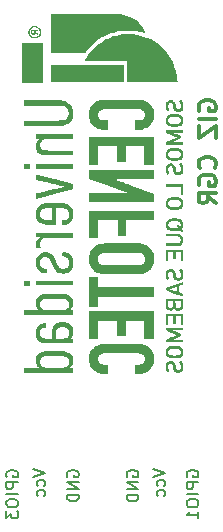
<source format=gbr>
%TF.GenerationSoftware,KiCad,Pcbnew,7.0.9*%
%TF.CreationDate,2024-03-26T06:33:17-07:00*%
%TF.ProjectId,cnft-tpl-esp32cam,636e6674-2d74-4706-9c2d-657370333263,rev?*%
%TF.SameCoordinates,Original*%
%TF.FileFunction,Legend,Bot*%
%TF.FilePolarity,Positive*%
%FSLAX46Y46*%
G04 Gerber Fmt 4.6, Leading zero omitted, Abs format (unit mm)*
G04 Created by KiCad (PCBNEW 7.0.9) date 2024-03-26 06:33:17*
%MOMM*%
%LPD*%
G01*
G04 APERTURE LIST*
%ADD10C,0.300000*%
%ADD11C,0.170000*%
%ADD12R,1.700000X1.700000*%
%ADD13O,1.700000X1.700000*%
G04 APERTURE END LIST*
D10*
X23772257Y37013775D02*
X23700828Y37156632D01*
X23700828Y37156632D02*
X23700828Y37370918D01*
X23700828Y37370918D02*
X23772257Y37585204D01*
X23772257Y37585204D02*
X23915114Y37728061D01*
X23915114Y37728061D02*
X24057971Y37799490D01*
X24057971Y37799490D02*
X24343685Y37870918D01*
X24343685Y37870918D02*
X24557971Y37870918D01*
X24557971Y37870918D02*
X24843685Y37799490D01*
X24843685Y37799490D02*
X24986542Y37728061D01*
X24986542Y37728061D02*
X25129400Y37585204D01*
X25129400Y37585204D02*
X25200828Y37370918D01*
X25200828Y37370918D02*
X25200828Y37228061D01*
X25200828Y37228061D02*
X25129400Y37013775D01*
X25129400Y37013775D02*
X25057971Y36942347D01*
X25057971Y36942347D02*
X24557971Y36942347D01*
X24557971Y36942347D02*
X24557971Y37228061D01*
X25200828Y36299490D02*
X23700828Y36299490D01*
X23700828Y35728061D02*
X23700828Y34728061D01*
X23700828Y34728061D02*
X25200828Y35728061D01*
X25200828Y35728061D02*
X25200828Y34728061D01*
X25057971Y32156633D02*
X25129400Y32228061D01*
X25129400Y32228061D02*
X25200828Y32442347D01*
X25200828Y32442347D02*
X25200828Y32585204D01*
X25200828Y32585204D02*
X25129400Y32799490D01*
X25129400Y32799490D02*
X24986542Y32942347D01*
X24986542Y32942347D02*
X24843685Y33013776D01*
X24843685Y33013776D02*
X24557971Y33085204D01*
X24557971Y33085204D02*
X24343685Y33085204D01*
X24343685Y33085204D02*
X24057971Y33013776D01*
X24057971Y33013776D02*
X23915114Y32942347D01*
X23915114Y32942347D02*
X23772257Y32799490D01*
X23772257Y32799490D02*
X23700828Y32585204D01*
X23700828Y32585204D02*
X23700828Y32442347D01*
X23700828Y32442347D02*
X23772257Y32228061D01*
X23772257Y32228061D02*
X23843685Y32156633D01*
X23772257Y30728061D02*
X23700828Y30870918D01*
X23700828Y30870918D02*
X23700828Y31085204D01*
X23700828Y31085204D02*
X23772257Y31299490D01*
X23772257Y31299490D02*
X23915114Y31442347D01*
X23915114Y31442347D02*
X24057971Y31513776D01*
X24057971Y31513776D02*
X24343685Y31585204D01*
X24343685Y31585204D02*
X24557971Y31585204D01*
X24557971Y31585204D02*
X24843685Y31513776D01*
X24843685Y31513776D02*
X24986542Y31442347D01*
X24986542Y31442347D02*
X25129400Y31299490D01*
X25129400Y31299490D02*
X25200828Y31085204D01*
X25200828Y31085204D02*
X25200828Y30942347D01*
X25200828Y30942347D02*
X25129400Y30728061D01*
X25129400Y30728061D02*
X25057971Y30656633D01*
X25057971Y30656633D02*
X24557971Y30656633D01*
X24557971Y30656633D02*
X24557971Y30942347D01*
X25200828Y29156633D02*
X24486542Y29656633D01*
X25200828Y30013776D02*
X23700828Y30013776D01*
X23700828Y30013776D02*
X23700828Y29442347D01*
X23700828Y29442347D02*
X23772257Y29299490D01*
X23772257Y29299490D02*
X23843685Y29228061D01*
X23843685Y29228061D02*
X23986542Y29156633D01*
X23986542Y29156633D02*
X24200828Y29156633D01*
X24200828Y29156633D02*
X24343685Y29228061D01*
X24343685Y29228061D02*
X24415114Y29299490D01*
X24415114Y29299490D02*
X24486542Y29442347D01*
X24486542Y29442347D02*
X24486542Y30013776D01*
D11*
X12606998Y6009654D02*
X12559379Y6104892D01*
X12559379Y6104892D02*
X12559379Y6247749D01*
X12559379Y6247749D02*
X12606998Y6390606D01*
X12606998Y6390606D02*
X12702236Y6485844D01*
X12702236Y6485844D02*
X12797474Y6533463D01*
X12797474Y6533463D02*
X12987950Y6581082D01*
X12987950Y6581082D02*
X13130807Y6581082D01*
X13130807Y6581082D02*
X13321283Y6533463D01*
X13321283Y6533463D02*
X13416521Y6485844D01*
X13416521Y6485844D02*
X13511760Y6390606D01*
X13511760Y6390606D02*
X13559379Y6247749D01*
X13559379Y6247749D02*
X13559379Y6152511D01*
X13559379Y6152511D02*
X13511760Y6009654D01*
X13511760Y6009654D02*
X13464140Y5962035D01*
X13464140Y5962035D02*
X13130807Y5962035D01*
X13130807Y5962035D02*
X13130807Y6152511D01*
X13559379Y5533463D02*
X12559379Y5533463D01*
X12559379Y5533463D02*
X13559379Y4962035D01*
X13559379Y4962035D02*
X12559379Y4962035D01*
X13559379Y4485844D02*
X12559379Y4485844D01*
X12559379Y4485844D02*
X12559379Y4247749D01*
X12559379Y4247749D02*
X12606998Y4104892D01*
X12606998Y4104892D02*
X12702236Y4009654D01*
X12702236Y4009654D02*
X12797474Y3962035D01*
X12797474Y3962035D02*
X12987950Y3914416D01*
X12987950Y3914416D02*
X13130807Y3914416D01*
X13130807Y3914416D02*
X13321283Y3962035D01*
X13321283Y3962035D02*
X13416521Y4009654D01*
X13416521Y4009654D02*
X13511760Y4104892D01*
X13511760Y4104892D02*
X13559379Y4247749D01*
X13559379Y4247749D02*
X13559379Y4485844D01*
X9689179Y6676320D02*
X10689179Y6342987D01*
X10689179Y6342987D02*
X9689179Y6009654D01*
X10641560Y5247749D02*
X10689179Y5342987D01*
X10689179Y5342987D02*
X10689179Y5533463D01*
X10689179Y5533463D02*
X10641560Y5628701D01*
X10641560Y5628701D02*
X10593940Y5676320D01*
X10593940Y5676320D02*
X10498702Y5723939D01*
X10498702Y5723939D02*
X10212988Y5723939D01*
X10212988Y5723939D02*
X10117750Y5676320D01*
X10117750Y5676320D02*
X10070131Y5628701D01*
X10070131Y5628701D02*
X10022512Y5533463D01*
X10022512Y5533463D02*
X10022512Y5342987D01*
X10022512Y5342987D02*
X10070131Y5247749D01*
X10641560Y4390606D02*
X10689179Y4485844D01*
X10689179Y4485844D02*
X10689179Y4676320D01*
X10689179Y4676320D02*
X10641560Y4771558D01*
X10641560Y4771558D02*
X10593940Y4819177D01*
X10593940Y4819177D02*
X10498702Y4866796D01*
X10498702Y4866796D02*
X10212988Y4866796D01*
X10212988Y4866796D02*
X10117750Y4819177D01*
X10117750Y4819177D02*
X10070131Y4771558D01*
X10070131Y4771558D02*
X10022512Y4676320D01*
X10022512Y4676320D02*
X10022512Y4485844D01*
X10022512Y4485844D02*
X10070131Y4390606D01*
X17661598Y6009654D02*
X17613979Y6104892D01*
X17613979Y6104892D02*
X17613979Y6247749D01*
X17613979Y6247749D02*
X17661598Y6390606D01*
X17661598Y6390606D02*
X17756836Y6485844D01*
X17756836Y6485844D02*
X17852074Y6533463D01*
X17852074Y6533463D02*
X18042550Y6581082D01*
X18042550Y6581082D02*
X18185407Y6581082D01*
X18185407Y6581082D02*
X18375883Y6533463D01*
X18375883Y6533463D02*
X18471121Y6485844D01*
X18471121Y6485844D02*
X18566360Y6390606D01*
X18566360Y6390606D02*
X18613979Y6247749D01*
X18613979Y6247749D02*
X18613979Y6152511D01*
X18613979Y6152511D02*
X18566360Y6009654D01*
X18566360Y6009654D02*
X18518740Y5962035D01*
X18518740Y5962035D02*
X18185407Y5962035D01*
X18185407Y5962035D02*
X18185407Y6152511D01*
X18613979Y5533463D02*
X17613979Y5533463D01*
X17613979Y5533463D02*
X18613979Y4962035D01*
X18613979Y4962035D02*
X17613979Y4962035D01*
X18613979Y4485844D02*
X17613979Y4485844D01*
X17613979Y4485844D02*
X17613979Y4247749D01*
X17613979Y4247749D02*
X17661598Y4104892D01*
X17661598Y4104892D02*
X17756836Y4009654D01*
X17756836Y4009654D02*
X17852074Y3962035D01*
X17852074Y3962035D02*
X18042550Y3914416D01*
X18042550Y3914416D02*
X18185407Y3914416D01*
X18185407Y3914416D02*
X18375883Y3962035D01*
X18375883Y3962035D02*
X18471121Y4009654D01*
X18471121Y4009654D02*
X18566360Y4104892D01*
X18566360Y4104892D02*
X18613979Y4247749D01*
X18613979Y4247749D02*
X18613979Y4485844D01*
X19849179Y6676320D02*
X20849179Y6342987D01*
X20849179Y6342987D02*
X19849179Y6009654D01*
X20801560Y5247749D02*
X20849179Y5342987D01*
X20849179Y5342987D02*
X20849179Y5533463D01*
X20849179Y5533463D02*
X20801560Y5628701D01*
X20801560Y5628701D02*
X20753940Y5676320D01*
X20753940Y5676320D02*
X20658702Y5723939D01*
X20658702Y5723939D02*
X20372988Y5723939D01*
X20372988Y5723939D02*
X20277750Y5676320D01*
X20277750Y5676320D02*
X20230131Y5628701D01*
X20230131Y5628701D02*
X20182512Y5533463D01*
X20182512Y5533463D02*
X20182512Y5342987D01*
X20182512Y5342987D02*
X20230131Y5247749D01*
X20801560Y4390606D02*
X20849179Y4485844D01*
X20849179Y4485844D02*
X20849179Y4676320D01*
X20849179Y4676320D02*
X20801560Y4771558D01*
X20801560Y4771558D02*
X20753940Y4819177D01*
X20753940Y4819177D02*
X20658702Y4866796D01*
X20658702Y4866796D02*
X20372988Y4866796D01*
X20372988Y4866796D02*
X20277750Y4819177D01*
X20277750Y4819177D02*
X20230131Y4771558D01*
X20230131Y4771558D02*
X20182512Y4676320D01*
X20182512Y4676320D02*
X20182512Y4485844D01*
X20182512Y4485844D02*
X20230131Y4390606D01*
X22741598Y6009654D02*
X22693979Y6104892D01*
X22693979Y6104892D02*
X22693979Y6247749D01*
X22693979Y6247749D02*
X22741598Y6390606D01*
X22741598Y6390606D02*
X22836836Y6485844D01*
X22836836Y6485844D02*
X22932074Y6533463D01*
X22932074Y6533463D02*
X23122550Y6581082D01*
X23122550Y6581082D02*
X23265407Y6581082D01*
X23265407Y6581082D02*
X23455883Y6533463D01*
X23455883Y6533463D02*
X23551121Y6485844D01*
X23551121Y6485844D02*
X23646360Y6390606D01*
X23646360Y6390606D02*
X23693979Y6247749D01*
X23693979Y6247749D02*
X23693979Y6152511D01*
X23693979Y6152511D02*
X23646360Y6009654D01*
X23646360Y6009654D02*
X23598740Y5962035D01*
X23598740Y5962035D02*
X23265407Y5962035D01*
X23265407Y5962035D02*
X23265407Y6152511D01*
X23693979Y5533463D02*
X22693979Y5533463D01*
X22693979Y5533463D02*
X22693979Y5152511D01*
X22693979Y5152511D02*
X22741598Y5057273D01*
X22741598Y5057273D02*
X22789217Y5009654D01*
X22789217Y5009654D02*
X22884455Y4962035D01*
X22884455Y4962035D02*
X23027312Y4962035D01*
X23027312Y4962035D02*
X23122550Y5009654D01*
X23122550Y5009654D02*
X23170169Y5057273D01*
X23170169Y5057273D02*
X23217788Y5152511D01*
X23217788Y5152511D02*
X23217788Y5533463D01*
X23693979Y4533463D02*
X22693979Y4533463D01*
X22693979Y3866797D02*
X22693979Y3676321D01*
X22693979Y3676321D02*
X22741598Y3581083D01*
X22741598Y3581083D02*
X22836836Y3485845D01*
X22836836Y3485845D02*
X23027312Y3438226D01*
X23027312Y3438226D02*
X23360645Y3438226D01*
X23360645Y3438226D02*
X23551121Y3485845D01*
X23551121Y3485845D02*
X23646360Y3581083D01*
X23646360Y3581083D02*
X23693979Y3676321D01*
X23693979Y3676321D02*
X23693979Y3866797D01*
X23693979Y3866797D02*
X23646360Y3962035D01*
X23646360Y3962035D02*
X23551121Y4057273D01*
X23551121Y4057273D02*
X23360645Y4104892D01*
X23360645Y4104892D02*
X23027312Y4104892D01*
X23027312Y4104892D02*
X22836836Y4057273D01*
X22836836Y4057273D02*
X22741598Y3962035D01*
X22741598Y3962035D02*
X22693979Y3866797D01*
X23693979Y2485845D02*
X23693979Y3057273D01*
X23693979Y2771559D02*
X22693979Y2771559D01*
X22693979Y2771559D02*
X22836836Y2866797D01*
X22836836Y2866797D02*
X22932074Y2962035D01*
X22932074Y2962035D02*
X22979693Y3057273D01*
X7476198Y6009654D02*
X7428579Y6104892D01*
X7428579Y6104892D02*
X7428579Y6247749D01*
X7428579Y6247749D02*
X7476198Y6390606D01*
X7476198Y6390606D02*
X7571436Y6485844D01*
X7571436Y6485844D02*
X7666674Y6533463D01*
X7666674Y6533463D02*
X7857150Y6581082D01*
X7857150Y6581082D02*
X8000007Y6581082D01*
X8000007Y6581082D02*
X8190483Y6533463D01*
X8190483Y6533463D02*
X8285721Y6485844D01*
X8285721Y6485844D02*
X8380960Y6390606D01*
X8380960Y6390606D02*
X8428579Y6247749D01*
X8428579Y6247749D02*
X8428579Y6152511D01*
X8428579Y6152511D02*
X8380960Y6009654D01*
X8380960Y6009654D02*
X8333340Y5962035D01*
X8333340Y5962035D02*
X8000007Y5962035D01*
X8000007Y5962035D02*
X8000007Y6152511D01*
X8428579Y5533463D02*
X7428579Y5533463D01*
X7428579Y5533463D02*
X7428579Y5152511D01*
X7428579Y5152511D02*
X7476198Y5057273D01*
X7476198Y5057273D02*
X7523817Y5009654D01*
X7523817Y5009654D02*
X7619055Y4962035D01*
X7619055Y4962035D02*
X7761912Y4962035D01*
X7761912Y4962035D02*
X7857150Y5009654D01*
X7857150Y5009654D02*
X7904769Y5057273D01*
X7904769Y5057273D02*
X7952388Y5152511D01*
X7952388Y5152511D02*
X7952388Y5533463D01*
X8428579Y4533463D02*
X7428579Y4533463D01*
X7428579Y3866797D02*
X7428579Y3676321D01*
X7428579Y3676321D02*
X7476198Y3581083D01*
X7476198Y3581083D02*
X7571436Y3485845D01*
X7571436Y3485845D02*
X7761912Y3438226D01*
X7761912Y3438226D02*
X8095245Y3438226D01*
X8095245Y3438226D02*
X8285721Y3485845D01*
X8285721Y3485845D02*
X8380960Y3581083D01*
X8380960Y3581083D02*
X8428579Y3676321D01*
X8428579Y3676321D02*
X8428579Y3866797D01*
X8428579Y3866797D02*
X8380960Y3962035D01*
X8380960Y3962035D02*
X8285721Y4057273D01*
X8285721Y4057273D02*
X8095245Y4104892D01*
X8095245Y4104892D02*
X7761912Y4104892D01*
X7761912Y4104892D02*
X7571436Y4057273D01*
X7571436Y4057273D02*
X7476198Y3962035D01*
X7476198Y3962035D02*
X7428579Y3866797D01*
X7428579Y3104892D02*
X7428579Y2485845D01*
X7428579Y2485845D02*
X7809531Y2819178D01*
X7809531Y2819178D02*
X7809531Y2676321D01*
X7809531Y2676321D02*
X7857150Y2581083D01*
X7857150Y2581083D02*
X7904769Y2533464D01*
X7904769Y2533464D02*
X8000007Y2485845D01*
X8000007Y2485845D02*
X8238102Y2485845D01*
X8238102Y2485845D02*
X8333340Y2533464D01*
X8333340Y2533464D02*
X8380960Y2581083D01*
X8380960Y2581083D02*
X8428579Y2676321D01*
X8428579Y2676321D02*
X8428579Y2962035D01*
X8428579Y2962035D02*
X8380960Y3057273D01*
X8380960Y3057273D02*
X8333340Y3104892D01*
%TO.C,G\u002A\u002A\u002A*%
G36*
X9470635Y22397839D02*
G01*
X9470635Y22187464D01*
X9199362Y22187464D01*
X8928089Y22187464D01*
X8928089Y22397839D01*
X8928089Y22608214D01*
X9199362Y22608214D01*
X9470635Y22608214D01*
X9470635Y22397839D01*
G37*
G36*
X13058080Y22403375D02*
G01*
X13058080Y22198536D01*
X11507949Y22198536D01*
X9957819Y22198536D01*
X9957819Y22403375D01*
X9957819Y22608214D01*
X11507949Y22608214D01*
X13058080Y22608214D01*
X13058080Y22403375D01*
G37*
G36*
X9470635Y32263314D02*
G01*
X9470635Y32052939D01*
X9199362Y32052939D01*
X8928089Y32052939D01*
X8928089Y32263314D01*
X8928089Y32473689D01*
X9199362Y32473689D01*
X9470635Y32473689D01*
X9470635Y32263314D01*
G37*
G36*
X13058080Y32268850D02*
G01*
X13058080Y32064011D01*
X11507949Y32064011D01*
X9957819Y32064011D01*
X9957819Y32268850D01*
X9957819Y32473689D01*
X11507949Y32473689D01*
X13058080Y32473689D01*
X13058080Y32268850D01*
G37*
G36*
X10533582Y41038161D02*
G01*
X10533582Y39305337D01*
X9664401Y39305337D01*
X8795221Y39305337D01*
X8795221Y41038161D01*
X8795221Y42770986D01*
X9664401Y42770986D01*
X10533582Y42770986D01*
X10533582Y41038161D01*
G37*
G36*
X17365229Y40168981D02*
G01*
X17365229Y39460350D01*
X14298185Y39460350D01*
X11231140Y39460350D01*
X11231140Y40168981D01*
X11231140Y40877612D01*
X14298185Y40877612D01*
X17365229Y40877612D01*
X17365229Y40168981D01*
G37*
G36*
X22414227Y30309042D02*
G01*
X22414227Y29838466D01*
X22309039Y29838466D01*
X22203852Y29838466D01*
X22203852Y30198318D01*
X22203852Y30558170D01*
X21561655Y30558170D01*
X20919458Y30558170D01*
X20919458Y30668894D01*
X20919458Y30779617D01*
X21666842Y30779617D01*
X22414227Y30779617D01*
X22414227Y30309042D01*
G37*
G36*
X15195046Y22491954D02*
G01*
X15195046Y22043523D01*
X17547923Y22043523D01*
X19900800Y22043523D01*
X19900800Y21650454D01*
X19900800Y21257385D01*
X17547923Y21257385D01*
X15195046Y21257385D01*
X15195046Y20808955D01*
X15195046Y20360524D01*
X14824122Y20360524D01*
X14453198Y20360524D01*
X14453198Y21650454D01*
X14453198Y22940385D01*
X14824122Y22940385D01*
X15195046Y22940385D01*
X15195046Y22491954D01*
G37*
G36*
X19900800Y28149931D02*
G01*
X19900800Y27756862D01*
X18738202Y27756862D01*
X17575604Y27756862D01*
X17575604Y27086984D01*
X17575604Y26417106D01*
X17210216Y26417106D01*
X16844828Y26417106D01*
X16844828Y27086984D01*
X16844828Y27756862D01*
X16019937Y27756862D01*
X15195046Y27756862D01*
X15195046Y26987333D01*
X15195046Y26217804D01*
X14824122Y26217804D01*
X14453198Y26217804D01*
X14453198Y27380402D01*
X14453198Y28543000D01*
X17176999Y28543000D01*
X19900800Y28543000D01*
X19900800Y28149931D01*
G37*
G36*
X19900800Y18854683D02*
G01*
X19900800Y17692085D01*
X19507732Y17692085D01*
X19114663Y17692085D01*
X19114663Y18461614D01*
X19114663Y19231143D01*
X18322989Y19231143D01*
X17531315Y19231143D01*
X17531315Y18561265D01*
X17531315Y17891387D01*
X17160391Y17891387D01*
X16789466Y17891387D01*
X16789466Y18561265D01*
X16789466Y19231143D01*
X15992256Y19231143D01*
X15195046Y19231143D01*
X15195046Y18461614D01*
X15195046Y17692085D01*
X14824122Y17692085D01*
X14453198Y17692085D01*
X14453198Y18854683D01*
X14453198Y20017281D01*
X17176999Y20017281D01*
X19900800Y20017281D01*
X19900800Y18854683D01*
G37*
G36*
X22414227Y19325258D02*
G01*
X22414227Y18854683D01*
X22309039Y18854683D01*
X22203852Y18854683D01*
X22203852Y19214534D01*
X22203852Y19574386D01*
X21982405Y19574386D01*
X21760957Y19574386D01*
X21760957Y19269896D01*
X21760957Y18965406D01*
X21661306Y18965406D01*
X21561655Y18965406D01*
X21561655Y19269896D01*
X21561655Y19574386D01*
X21345744Y19574386D01*
X21129833Y19574386D01*
X21129833Y19214534D01*
X21129833Y18854683D01*
X21024645Y18854683D01*
X20919458Y18854683D01*
X20919458Y19325258D01*
X20919458Y19795833D01*
X21666842Y19795833D01*
X22414227Y19795833D01*
X22414227Y19325258D01*
G37*
G36*
X22414227Y24761788D02*
G01*
X22414227Y24291213D01*
X22309039Y24291213D01*
X22203852Y24291213D01*
X22203852Y24651065D01*
X22203852Y25010916D01*
X21982405Y25010916D01*
X21760957Y25010916D01*
X21760957Y24706426D01*
X21760957Y24401936D01*
X21661306Y24401936D01*
X21561655Y24401936D01*
X21561655Y24706426D01*
X21561655Y25010916D01*
X21345744Y25010916D01*
X21129833Y25010916D01*
X21129833Y24651065D01*
X21129833Y24291213D01*
X21024645Y24291213D01*
X20919458Y24291213D01*
X20919458Y24761788D01*
X20919458Y25232364D01*
X21666842Y25232364D01*
X22414227Y25232364D01*
X22414227Y24761788D01*
G37*
G36*
X19900800Y33591997D02*
G01*
X19900800Y32429399D01*
X19507732Y32429399D01*
X19114663Y32429399D01*
X19114663Y33198929D01*
X19114663Y33968458D01*
X18322989Y33968458D01*
X17531315Y33968458D01*
X17531315Y33298580D01*
X17531315Y32628702D01*
X17160391Y32628702D01*
X16789466Y32628702D01*
X16789466Y33298580D01*
X16789466Y33968458D01*
X15992256Y33968458D01*
X15195046Y33968458D01*
X15195046Y33198929D01*
X15195046Y32429399D01*
X14824122Y32429399D01*
X14453198Y32429399D01*
X14453198Y33591997D01*
X14453198Y34754595D01*
X17176999Y34754595D01*
X19900800Y34754595D01*
X19900800Y33591997D01*
G37*
G36*
X22414227Y18522512D02*
G01*
X22414227Y18411788D01*
X21951956Y18411434D01*
X21489684Y18411080D01*
X21844000Y18258773D01*
X22198316Y18106465D01*
X22201498Y18011152D01*
X22204680Y17915840D01*
X21852719Y17765533D01*
X21500757Y17615226D01*
X21957492Y17614902D01*
X22414227Y17614578D01*
X22414227Y17498318D01*
X22414227Y17382058D01*
X21666842Y17382058D01*
X20919458Y17382058D01*
X20919458Y17490823D01*
X20919458Y17599589D01*
X21402852Y17803036D01*
X21403830Y17803447D01*
X21500555Y17844321D01*
X21590383Y17882595D01*
X21671381Y17917421D01*
X21741612Y17947953D01*
X21799143Y17973344D01*
X21842041Y17992749D01*
X21868369Y18005319D01*
X21876195Y18010209D01*
X21866629Y18014211D01*
X21838432Y18026208D01*
X21793769Y18045287D01*
X21734700Y18070567D01*
X21663286Y18101163D01*
X21581587Y18136196D01*
X21491661Y18174781D01*
X21395569Y18216038D01*
X20924994Y18418141D01*
X20921825Y18525688D01*
X20918656Y18633235D01*
X21666441Y18633235D01*
X22414227Y18633235D01*
X22414227Y18522512D01*
G37*
G36*
X22414227Y35252852D02*
G01*
X22414227Y35142128D01*
X21951956Y35141774D01*
X21489684Y35141420D01*
X21844000Y34989113D01*
X22198316Y34836805D01*
X22201498Y34741492D01*
X22204680Y34646180D01*
X21852719Y34495873D01*
X21500757Y34345566D01*
X21957492Y34345242D01*
X22414227Y34344918D01*
X22414227Y34228658D01*
X22414227Y34112398D01*
X21666842Y34112398D01*
X20919458Y34112398D01*
X20919458Y34221164D01*
X20919458Y34329929D01*
X21402852Y34533376D01*
X21403830Y34533787D01*
X21500555Y34574661D01*
X21590383Y34612935D01*
X21671381Y34647761D01*
X21741612Y34678293D01*
X21799143Y34703684D01*
X21842041Y34723089D01*
X21868369Y34735659D01*
X21876195Y34740549D01*
X21866629Y34744551D01*
X21838432Y34756548D01*
X21793769Y34775628D01*
X21734700Y34800907D01*
X21663286Y34831503D01*
X21581587Y34866536D01*
X21491661Y34905121D01*
X21395569Y34946378D01*
X20924994Y35148481D01*
X20921825Y35256028D01*
X20918656Y35363575D01*
X21666441Y35363575D01*
X22414227Y35363575D01*
X22414227Y35252852D01*
G37*
G36*
X19900800Y31571291D02*
G01*
X19900800Y31178222D01*
X18264859Y31177779D01*
X18055030Y31177698D01*
X17847227Y31177558D01*
X17659793Y31177353D01*
X17491804Y31177076D01*
X17342335Y31176718D01*
X17210461Y31176271D01*
X17095256Y31175726D01*
X16995797Y31175075D01*
X16911159Y31174309D01*
X16840415Y31173420D01*
X16782643Y31172400D01*
X16736916Y31171239D01*
X16702310Y31169930D01*
X16677900Y31168464D01*
X16662761Y31166832D01*
X16655969Y31165026D01*
X16656598Y31163038D01*
X16659711Y31161704D01*
X16681429Y31153328D01*
X16722334Y31137981D01*
X16781281Y31116086D01*
X16857124Y31088062D01*
X16948715Y31054330D01*
X17054907Y31015309D01*
X17174556Y30971422D01*
X17306513Y30923087D01*
X17449633Y30870725D01*
X17602769Y30814757D01*
X17764774Y30755603D01*
X17934502Y30693684D01*
X18110806Y30629419D01*
X18292540Y30563229D01*
X19900800Y29977717D01*
X19900800Y29609138D01*
X19900800Y29240559D01*
X17176858Y29240559D01*
X14452915Y29240559D01*
X14455824Y29630860D01*
X14458734Y30021160D01*
X16097444Y30026697D01*
X17736153Y30032233D01*
X16097444Y30620489D01*
X14458734Y31208744D01*
X14455821Y31586552D01*
X14452907Y31964360D01*
X17176854Y31964360D01*
X19900800Y31964360D01*
X19900800Y31571291D01*
G37*
G36*
X13058080Y26466932D02*
G01*
X13058080Y26262093D01*
X11913862Y26262093D01*
X11738197Y26262083D01*
X11573446Y26262033D01*
X11428199Y26261920D01*
X11301102Y26261719D01*
X11190798Y26261408D01*
X11095935Y26260960D01*
X11015157Y26260353D01*
X10947109Y26259562D01*
X10890436Y26258564D01*
X10843784Y26257333D01*
X10805798Y26255845D01*
X10775124Y26254078D01*
X10750406Y26252006D01*
X10730290Y26249605D01*
X10713421Y26246852D01*
X10698444Y26243722D01*
X10684004Y26240191D01*
X10630354Y26224584D01*
X10553286Y26192256D01*
X10487287Y26149073D01*
X10425731Y26091212D01*
X10398414Y26059345D01*
X10340940Y25969330D01*
X10302820Y25869164D01*
X10284199Y25759543D01*
X10285222Y25641160D01*
X10306031Y25514709D01*
X10313583Y25483943D01*
X10322697Y25449784D01*
X10329182Y25428898D01*
X10330533Y25423032D01*
X10327425Y25417705D01*
X10316454Y25413992D01*
X10294764Y25411604D01*
X10259498Y25410255D01*
X10207800Y25409657D01*
X10136815Y25409521D01*
X10074209Y25409821D01*
X10010828Y25411171D01*
X9966591Y25413703D01*
X9939812Y25417526D01*
X9928807Y25422747D01*
X9928227Y25424017D01*
X9924773Y25442993D01*
X9921278Y25478707D01*
X9918121Y25526571D01*
X9915681Y25581997D01*
X9914226Y25655698D01*
X9915819Y25715186D01*
X9920910Y25766084D01*
X9929910Y25815132D01*
X9933636Y25831307D01*
X9972146Y25950322D01*
X10026911Y26056519D01*
X10096915Y26148245D01*
X10181143Y26223848D01*
X10248136Y26273166D01*
X10102977Y26273166D01*
X9957819Y26273166D01*
X9957819Y26472468D01*
X9957819Y26671771D01*
X11507949Y26671771D01*
X13058080Y26671771D01*
X13058080Y26466932D01*
G37*
G36*
X9622986Y43833933D02*
G01*
X9824950Y43833933D01*
X10123904Y43833933D01*
X10123904Y43778571D01*
X10123904Y43723209D01*
X10013181Y43723209D01*
X10010643Y43723209D01*
X9961041Y43722852D01*
X9929417Y43721299D01*
X9911776Y43717772D01*
X9904121Y43711494D01*
X9902457Y43701691D01*
X9907378Y43689658D01*
X9926014Y43672012D01*
X9960571Y43648493D01*
X10013181Y43617480D01*
X10123904Y43554788D01*
X10123904Y43489522D01*
X10123411Y43460400D01*
X10121722Y43434309D01*
X10119245Y43424255D01*
X10111228Y43427962D01*
X10087439Y43440781D01*
X10052037Y43460598D01*
X10009108Y43485153D01*
X9972813Y43505778D01*
X9934851Y43526527D01*
X9907398Y43540565D01*
X9894740Y43545625D01*
X9892946Y43545056D01*
X9880185Y43532782D01*
X9863704Y43509640D01*
X9854731Y43497851D01*
X9824823Y43470640D01*
X9788835Y43447931D01*
X9765832Y43438081D01*
X9706423Y43427152D01*
X9650041Y43437656D01*
X9598729Y43469361D01*
X9585783Y43481230D01*
X9560413Y43510152D01*
X9543192Y43542357D01*
X9532677Y43582529D01*
X9527426Y43635351D01*
X9525997Y43705506D01*
X9525997Y43723209D01*
X9622986Y43723209D01*
X9627911Y43655128D01*
X9628334Y43649544D01*
X9633513Y43609430D01*
X9642691Y43583994D01*
X9658149Y43566549D01*
X9663836Y43562235D01*
X9702492Y43546015D01*
X9739910Y43549621D01*
X9771130Y43571437D01*
X9791187Y43609848D01*
X9794090Y43621051D01*
X9801299Y43662716D01*
X9801830Y43696482D01*
X9795424Y43715828D01*
X9794662Y43716369D01*
X9778103Y43719835D01*
X9746355Y43722282D01*
X9705514Y43723209D01*
X9622986Y43723209D01*
X9525997Y43723209D01*
X9525997Y43833933D01*
X9622986Y43833933D01*
G37*
G36*
X21437091Y26594072D02*
G01*
X21512013Y26594009D01*
X21633555Y26593649D01*
X21736160Y26592836D01*
X21821905Y26591408D01*
X21892867Y26589204D01*
X21951122Y26586060D01*
X21998747Y26581814D01*
X22037817Y26576305D01*
X22070409Y26569371D01*
X22098600Y26560848D01*
X22124467Y26550576D01*
X22150084Y26538391D01*
X22221891Y26493516D01*
X22295758Y26424259D01*
X22355568Y26339794D01*
X22399338Y26242476D01*
X22400689Y26238422D01*
X22417483Y26164714D01*
X22424893Y26081303D01*
X22422585Y25997942D01*
X22410226Y25924386D01*
X22387581Y25857635D01*
X22338689Y25766694D01*
X22273869Y25688972D01*
X22195191Y25626360D01*
X22104728Y25580751D01*
X22004549Y25554034D01*
X21997349Y25553105D01*
X21962376Y25550564D01*
X21908204Y25548291D01*
X21837024Y25546329D01*
X21751024Y25544723D01*
X21652397Y25543516D01*
X21543331Y25542751D01*
X21426018Y25542473D01*
X20919458Y25542390D01*
X20919458Y25658250D01*
X20919458Y25774110D01*
X21459235Y25777278D01*
X21567510Y25777929D01*
X21673174Y25778653D01*
X21760407Y25779438D01*
X21831197Y25780377D01*
X21887531Y25781563D01*
X21931396Y25783088D01*
X21964782Y25785045D01*
X21989673Y25787527D01*
X22008059Y25790626D01*
X22021927Y25794436D01*
X22033264Y25799049D01*
X22044058Y25804557D01*
X22061997Y25815120D01*
X22119256Y25863716D01*
X22164120Y25925638D01*
X22193385Y25995603D01*
X22203852Y26068327D01*
X22203822Y26072082D01*
X22192412Y26145007D01*
X22162419Y26214896D01*
X22116813Y26274706D01*
X22104386Y26287029D01*
X22085973Y26304084D01*
X22067382Y26318323D01*
X22046614Y26330001D01*
X22021675Y26339372D01*
X21990565Y26346689D01*
X21951289Y26352207D01*
X21901850Y26356179D01*
X21840251Y26358860D01*
X21764494Y26360503D01*
X21672584Y26361362D01*
X21562522Y26361691D01*
X21432313Y26361745D01*
X20919458Y26361745D01*
X20919458Y26478004D01*
X20919458Y26594264D01*
X21437091Y26594072D01*
G37*
G36*
X22404816Y22504062D02*
G01*
X22409832Y22495884D01*
X22412673Y22476265D01*
X22413938Y22441638D01*
X22414227Y22388435D01*
X22414227Y22266816D01*
X22250909Y22212377D01*
X22087592Y22157938D01*
X22087592Y21882051D01*
X22087592Y21606165D01*
X22250909Y21550868D01*
X22414227Y21495570D01*
X22414227Y21376478D01*
X22413745Y21336647D01*
X22412005Y21295762D01*
X22409292Y21268041D01*
X22405922Y21257972D01*
X22399094Y21260110D01*
X22372979Y21269045D01*
X22328963Y21284387D01*
X22268734Y21305540D01*
X22193978Y21331910D01*
X22106381Y21362899D01*
X22007629Y21397912D01*
X21899408Y21436352D01*
X21783405Y21477625D01*
X21661306Y21521134D01*
X20924994Y21783708D01*
X20924994Y21880492D01*
X21244883Y21880492D01*
X21245234Y21880271D01*
X21259051Y21875088D01*
X21290355Y21864400D01*
X21335945Y21849239D01*
X21392621Y21830633D01*
X21457183Y21809613D01*
X21526432Y21787209D01*
X21597167Y21764451D01*
X21666188Y21742368D01*
X21730296Y21721991D01*
X21786291Y21704349D01*
X21830973Y21690472D01*
X21861141Y21681391D01*
X21873596Y21678135D01*
X21876477Y21688584D01*
X21878992Y21717739D01*
X21880979Y21762153D01*
X21882284Y21818380D01*
X21882753Y21882974D01*
X21882419Y21947420D01*
X21881487Y22003672D01*
X21880067Y22048119D01*
X21878269Y22077315D01*
X21876204Y22087813D01*
X21874085Y22087449D01*
X21855155Y22082145D01*
X21819875Y22071315D01*
X21771365Y22055984D01*
X21712743Y22037176D01*
X21647129Y22015916D01*
X21577644Y21993228D01*
X21507407Y21970137D01*
X21439536Y21947668D01*
X21377153Y21926843D01*
X21323377Y21908689D01*
X21281326Y21894230D01*
X21254122Y21884489D01*
X21244883Y21880492D01*
X20924994Y21880492D01*
X20924994Y21882157D01*
X20924994Y21980606D01*
X21650234Y22238996D01*
X21731026Y22267778D01*
X21848903Y22309757D01*
X21876204Y22319476D01*
X21959797Y22349234D01*
X22061975Y22385593D01*
X22153701Y22418216D01*
X22233241Y22446488D01*
X22298861Y22469791D01*
X22348825Y22487508D01*
X22381400Y22499024D01*
X22394850Y22503721D01*
X22397024Y22504366D01*
X22404816Y22504062D01*
G37*
G36*
X13058080Y34793349D02*
G01*
X13058080Y34588510D01*
X11903786Y34588318D01*
X11790251Y34588299D01*
X11610284Y34588246D01*
X11450365Y34588113D01*
X11309165Y34587841D01*
X11185356Y34587367D01*
X11077608Y34586632D01*
X10984593Y34585574D01*
X10904981Y34584132D01*
X10837444Y34582245D01*
X10780651Y34579854D01*
X10733276Y34576895D01*
X10693987Y34573310D01*
X10661457Y34569036D01*
X10634356Y34564013D01*
X10611355Y34558180D01*
X10591126Y34551476D01*
X10572339Y34543841D01*
X10553665Y34535212D01*
X10533775Y34525530D01*
X10474260Y34488453D01*
X10414739Y34436532D01*
X10363572Y34377235D01*
X10327271Y34317133D01*
X10324554Y34311073D01*
X10294941Y34218664D01*
X10282703Y34119565D01*
X10288849Y34021536D01*
X10295255Y33989032D01*
X10327520Y33894178D01*
X10377369Y33811782D01*
X10443796Y33743250D01*
X10525793Y33689991D01*
X10539980Y33682817D01*
X10558618Y33673643D01*
X10576873Y33665507D01*
X10596071Y33658344D01*
X10617537Y33652093D01*
X10642596Y33646692D01*
X10672573Y33642078D01*
X10708793Y33638188D01*
X10752581Y33634961D01*
X10805263Y33632334D01*
X10868164Y33630245D01*
X10942608Y33628631D01*
X11029921Y33627431D01*
X11131427Y33626580D01*
X11248453Y33626019D01*
X11382323Y33625683D01*
X11534363Y33625510D01*
X11705897Y33625439D01*
X11898250Y33625407D01*
X13058080Y33625214D01*
X13058080Y33420099D01*
X13058080Y33214983D01*
X11820744Y33218320D01*
X10583407Y33221656D01*
X10489292Y33246639D01*
X10486901Y33247276D01*
X10358682Y33291305D01*
X10244527Y33350440D01*
X10145553Y33423702D01*
X10062877Y33510112D01*
X9997616Y33608692D01*
X9950888Y33718461D01*
X9933342Y33787378D01*
X9919582Y33881297D01*
X9914013Y33980097D01*
X9917045Y34075471D01*
X9929089Y34159113D01*
X9932348Y34173076D01*
X9969214Y34284087D01*
X10022726Y34387615D01*
X10090295Y34479392D01*
X10169332Y34555149D01*
X10225544Y34599582D01*
X10091681Y34599582D01*
X9957819Y34599582D01*
X9957819Y34798885D01*
X9957819Y34998187D01*
X11507949Y34998187D01*
X13058080Y34998187D01*
X13058080Y34793349D01*
G37*
G36*
X9828181Y44186405D02*
G01*
X9885243Y44184430D01*
X9960799Y44173765D01*
X10024022Y44155598D01*
X10047310Y44145555D01*
X10133447Y44096041D01*
X10210625Y44032377D01*
X10275549Y43958172D01*
X10324922Y43877038D01*
X10355449Y43792584D01*
X10361786Y43756902D01*
X10366734Y43688388D01*
X10365288Y43614754D01*
X10357767Y43544861D01*
X10344490Y43487572D01*
X10325461Y43438841D01*
X10273579Y43348048D01*
X10206030Y43269246D01*
X10125569Y43204448D01*
X10034948Y43155669D01*
X9936921Y43124925D01*
X9834241Y43114229D01*
X9749599Y43120616D01*
X9649311Y43145696D01*
X9557627Y43187803D01*
X9476239Y43244826D01*
X9406840Y43314653D01*
X9351123Y43395174D01*
X9310780Y43484277D01*
X9287503Y43579851D01*
X9282986Y43679785D01*
X9285307Y43694668D01*
X9397960Y43694668D01*
X9398387Y43605334D01*
X9402643Y43581456D01*
X9422421Y43519152D01*
X9452585Y43454801D01*
X9489031Y43396439D01*
X9527657Y43352102D01*
X9550021Y43333393D01*
X9628652Y43285227D01*
X9716687Y43253573D01*
X9808761Y43239966D01*
X9899508Y43245935D01*
X9935736Y43253955D01*
X10027596Y43288043D01*
X10106830Y43338700D01*
X10171494Y43404478D01*
X10219641Y43483931D01*
X10220424Y43485650D01*
X10238920Y43533509D01*
X10249265Y43581366D01*
X10253853Y43640167D01*
X10254144Y43665247D01*
X10242595Y43760511D01*
X10211311Y43846430D01*
X10161115Y43921685D01*
X10092831Y43984958D01*
X10007283Y44034931D01*
X9992607Y44041280D01*
X9963805Y44050826D01*
X9931270Y44056619D01*
X9888873Y44059542D01*
X9830487Y44060482D01*
X9828181Y44060490D01*
X9772889Y44060129D01*
X9733077Y44057935D01*
X9702318Y44052864D01*
X9674187Y44043873D01*
X9642256Y44029919D01*
X9580415Y43994457D01*
X9510893Y43934613D01*
X9456071Y43862544D01*
X9417807Y43781484D01*
X9397960Y43694668D01*
X9285307Y43694668D01*
X9298921Y43781967D01*
X9308377Y43814307D01*
X9351728Y43913318D01*
X9412743Y44000204D01*
X9489828Y44073358D01*
X9581387Y44131172D01*
X9685828Y44172039D01*
X9731721Y44181572D01*
X9806001Y44187173D01*
X9828181Y44186405D01*
G37*
G36*
X17811801Y43473945D02*
G01*
X17919751Y43472285D01*
X18022332Y43469429D01*
X18115413Y43465402D01*
X18194864Y43460227D01*
X18256555Y43453931D01*
X18519272Y43411602D01*
X18816500Y43344631D01*
X19103026Y43258654D01*
X19379643Y43153396D01*
X19647149Y43028583D01*
X19906337Y42883940D01*
X19913118Y42879823D01*
X20166793Y42712721D01*
X20406475Y42528842D01*
X20631437Y42329047D01*
X20840953Y42114195D01*
X21034294Y41885147D01*
X21210734Y41642762D01*
X21369546Y41387900D01*
X21510003Y41121421D01*
X21631377Y40844184D01*
X21666632Y40752435D01*
X21732324Y40563413D01*
X21787214Y40376382D01*
X21832351Y40186656D01*
X21868782Y39989552D01*
X21897554Y39780383D01*
X21919714Y39554465D01*
X21920207Y39548389D01*
X21923047Y39512830D01*
X21925181Y39485262D01*
X21927043Y39460350D01*
X19801149Y39460350D01*
X17675255Y39460350D01*
X17675255Y40329530D01*
X17675255Y41198711D01*
X15853852Y41198711D01*
X15674053Y41198745D01*
X15480468Y41198859D01*
X15294003Y41199050D01*
X15115813Y41199312D01*
X14947054Y41199643D01*
X14788882Y41200036D01*
X14642452Y41200488D01*
X14508922Y41200995D01*
X14389445Y41201551D01*
X14285178Y41202152D01*
X14197278Y41202795D01*
X14126898Y41203474D01*
X14075197Y41204185D01*
X14043328Y41204924D01*
X14032448Y41205686D01*
X14032838Y41207884D01*
X14041246Y41227155D01*
X14059206Y41261134D01*
X14084844Y41306674D01*
X14116285Y41360627D01*
X14151652Y41419845D01*
X14189073Y41481178D01*
X14226671Y41541478D01*
X14262572Y41597598D01*
X14294900Y41646389D01*
X14335792Y41705759D01*
X14441215Y41850108D01*
X14549318Y41984653D01*
X14665705Y42116164D01*
X14795982Y42251409D01*
X14802883Y42258311D01*
X15001412Y42445716D01*
X15203004Y42613924D01*
X15411536Y42765764D01*
X15630884Y42904067D01*
X15864924Y43031660D01*
X15960971Y43078949D01*
X16211959Y43188734D01*
X16468343Y43280834D01*
X16733015Y43356112D01*
X17008868Y43415432D01*
X17298795Y43459656D01*
X17336068Y43463435D01*
X17408912Y43468127D01*
X17497037Y43471499D01*
X17596314Y43473576D01*
X17702612Y43474383D01*
X17811801Y43473945D01*
G37*
G36*
X14057361Y45192952D02*
G01*
X14206473Y45192768D01*
X14493040Y45192402D01*
X14758719Y45192040D01*
X15004349Y45191676D01*
X15230773Y45191303D01*
X15438830Y45190915D01*
X15629364Y45190505D01*
X15803214Y45190068D01*
X15961222Y45189596D01*
X16104229Y45189083D01*
X16233076Y45188523D01*
X16348604Y45187908D01*
X16451655Y45187234D01*
X16543070Y45186492D01*
X16623689Y45185677D01*
X16694354Y45184783D01*
X16755907Y45183802D01*
X16809188Y45182729D01*
X16855038Y45181556D01*
X16894299Y45180278D01*
X16927812Y45178887D01*
X16956418Y45177378D01*
X16980958Y45175744D01*
X17002273Y45173978D01*
X17021205Y45172075D01*
X17038595Y45170027D01*
X17154132Y45153995D01*
X17409792Y45106664D01*
X17648500Y45045116D01*
X17870278Y44969343D01*
X18075153Y44879338D01*
X18263148Y44775093D01*
X18367545Y44706118D01*
X18540563Y44571220D01*
X18700183Y44419347D01*
X18845566Y44251511D01*
X18975872Y44068720D01*
X19090263Y43871983D01*
X19187901Y43662311D01*
X19205594Y43618951D01*
X19218809Y43583174D01*
X19222967Y43562497D01*
X19217791Y43554012D01*
X19203004Y43554810D01*
X19178329Y43561982D01*
X19150209Y43570866D01*
X19105090Y43585113D01*
X19059301Y43599566D01*
X18964373Y43627414D01*
X18835904Y43660298D01*
X18696476Y43691658D01*
X18552161Y43720227D01*
X18409033Y43744733D01*
X18273163Y43763908D01*
X18238260Y43767738D01*
X18153594Y43774401D01*
X18054423Y43779498D01*
X17944815Y43783027D01*
X17828834Y43784990D01*
X17710547Y43785387D01*
X17594020Y43784217D01*
X17483318Y43781481D01*
X17382507Y43777178D01*
X17295654Y43771310D01*
X17226825Y43763875D01*
X17147280Y43752274D01*
X16916051Y43713058D01*
X16700592Y43667401D01*
X16496495Y43614073D01*
X16299352Y43551843D01*
X16104753Y43479480D01*
X15908290Y43395753D01*
X15829231Y43359170D01*
X15552924Y43216608D01*
X15289981Y43057050D01*
X15039806Y42880018D01*
X14801806Y42685037D01*
X14575386Y42471627D01*
X14359952Y42239313D01*
X14154910Y41987616D01*
X14085043Y41896269D01*
X12658092Y41896269D01*
X11231140Y41896269D01*
X11231140Y43546339D01*
X11231140Y45196407D01*
X14057361Y45192952D01*
G37*
G36*
X21116648Y21080228D02*
G01*
X21667396Y21080228D01*
X21747847Y21080228D01*
X22415335Y21080228D01*
X22412013Y20712072D01*
X22411177Y20622180D01*
X22410250Y20539692D01*
X22409163Y20474522D01*
X22407730Y20424114D01*
X22405769Y20385913D01*
X22403096Y20357362D01*
X22399528Y20335906D01*
X22394882Y20318990D01*
X22388973Y20304057D01*
X22381620Y20288554D01*
X22372757Y20271858D01*
X22332242Y20214004D01*
X22280826Y20159970D01*
X22224511Y20115475D01*
X22169296Y20086236D01*
X22098918Y20065384D01*
X22008695Y20053859D01*
X21921907Y20058885D01*
X21841545Y20079616D01*
X21770603Y20115206D01*
X21712075Y20164809D01*
X21668953Y20227581D01*
X21641661Y20282349D01*
X21613932Y20240447D01*
X21559619Y20172836D01*
X21493300Y20120287D01*
X21418162Y20088011D01*
X21333901Y20075884D01*
X21240216Y20083777D01*
X21162673Y20104389D01*
X21082542Y20144037D01*
X21017731Y20199314D01*
X20968861Y20269668D01*
X20936553Y20354546D01*
X20931443Y20378608D01*
X20927304Y20409504D01*
X20924175Y20449294D01*
X20921939Y20500628D01*
X20920484Y20566154D01*
X20919695Y20648523D01*
X20919458Y20750383D01*
X20919458Y20858780D01*
X21116648Y20858780D01*
X21120708Y20656710D01*
X21121050Y20640264D01*
X21123181Y20564576D01*
X21126412Y20506839D01*
X21131543Y20463523D01*
X21139373Y20431094D01*
X21150703Y20406022D01*
X21166332Y20384775D01*
X21187062Y20363821D01*
X21188518Y20362473D01*
X21241885Y20326907D01*
X21300972Y20309552D01*
X21361688Y20309318D01*
X21419941Y20325113D01*
X21471642Y20355844D01*
X21512700Y20400421D01*
X21539023Y20457751D01*
X21541294Y20469506D01*
X21544933Y20504974D01*
X21547853Y20554945D01*
X21549800Y20614534D01*
X21550521Y20678854D01*
X21550582Y20858780D01*
X21747847Y20858780D01*
X21751816Y20645637D01*
X21753162Y20583961D01*
X21755326Y20520167D01*
X21758201Y20472958D01*
X21762071Y20439177D01*
X21767218Y20415668D01*
X21773927Y20399277D01*
X21792122Y20371128D01*
X21837327Y20326762D01*
X21891281Y20297805D01*
X21950214Y20283964D01*
X22010351Y20284948D01*
X22067922Y20300465D01*
X22119152Y20330221D01*
X22160270Y20373927D01*
X22187504Y20431289D01*
X22188294Y20434038D01*
X22195371Y20469857D01*
X22200203Y20519778D01*
X22202970Y20586459D01*
X22203852Y20672560D01*
X22203852Y20858780D01*
X21975849Y20858780D01*
X21747847Y20858780D01*
X21550582Y20858780D01*
X21333615Y20858780D01*
X21116648Y20858780D01*
X20919458Y20858780D01*
X20919458Y21080228D01*
X21116648Y21080228D01*
G37*
G36*
X21827340Y17090868D02*
G01*
X21928122Y17084814D01*
X22011312Y17074501D01*
X22078293Y17059806D01*
X22130450Y17040609D01*
X22163244Y17023286D01*
X22208930Y16994748D01*
X22245787Y16967004D01*
X22301629Y16908305D01*
X22352717Y16835000D01*
X22393030Y16755997D01*
X22417985Y16678963D01*
X22422690Y16640180D01*
X22423991Y16585852D01*
X22421817Y16526192D01*
X22416488Y16469653D01*
X22408326Y16424686D01*
X22377884Y16339920D01*
X22326582Y16253183D01*
X22259962Y16178923D01*
X22180553Y16119403D01*
X22090881Y16076884D01*
X21993477Y16053629D01*
X21961790Y16050597D01*
X21904856Y16047426D01*
X21834313Y16045134D01*
X21754627Y16043721D01*
X21670265Y16043186D01*
X21585694Y16043529D01*
X21505383Y16044749D01*
X21433797Y16046847D01*
X21375404Y16049822D01*
X21334671Y16053673D01*
X21254750Y16072344D01*
X21163738Y16113241D01*
X21081964Y16172267D01*
X21012032Y16247473D01*
X20956546Y16336906D01*
X20945008Y16360798D01*
X20929400Y16397998D01*
X20919836Y16432542D01*
X20914329Y16472696D01*
X20910889Y16526728D01*
X20910602Y16568240D01*
X21136070Y16568240D01*
X21142461Y16499592D01*
X21167674Y16428250D01*
X21211140Y16368726D01*
X21271931Y16322229D01*
X21349121Y16289972D01*
X21378901Y16284329D01*
X21428719Y16279287D01*
X21492381Y16275451D01*
X21565570Y16272855D01*
X21643967Y16271532D01*
X21723254Y16271517D01*
X21799112Y16272842D01*
X21867222Y16275542D01*
X21923267Y16279650D01*
X21962928Y16285199D01*
X21979322Y16289085D01*
X22053122Y16319158D01*
X22115270Y16366080D01*
X22162220Y16427322D01*
X22186146Y16480413D01*
X22199069Y16548824D01*
X22198451Y16611367D01*
X22185447Y16665622D01*
X22157424Y16716405D01*
X22111855Y16770126D01*
X22111739Y16770247D01*
X22087392Y16794042D01*
X22063308Y16813011D01*
X22036685Y16827695D01*
X22004725Y16838635D01*
X21964625Y16846373D01*
X21913588Y16851450D01*
X21848811Y16854406D01*
X21767496Y16855783D01*
X21666842Y16856121D01*
X21666392Y16856121D01*
X21565832Y16855779D01*
X21484598Y16854398D01*
X21419888Y16851434D01*
X21368901Y16846348D01*
X21328834Y16838597D01*
X21296887Y16827641D01*
X21270256Y16812938D01*
X21246141Y16793947D01*
X21221740Y16770126D01*
X21183190Y16725941D01*
X21155275Y16679626D01*
X21140647Y16629600D01*
X21136070Y16568240D01*
X20910602Y16568240D01*
X20910367Y16602362D01*
X20921755Y16697214D01*
X20948753Y16781557D01*
X20992903Y16859749D01*
X21055745Y16936147D01*
X21058123Y16938656D01*
X21099814Y16979390D01*
X21141163Y17011952D01*
X21185376Y17037322D01*
X21235662Y17056477D01*
X21295226Y17070397D01*
X21367275Y17080059D01*
X21455015Y17086442D01*
X21561655Y17090525D01*
X21567456Y17090684D01*
X21666842Y17092174D01*
X21707579Y17092785D01*
X21827340Y17090868D01*
G37*
G36*
X21827340Y29669072D02*
G01*
X21928122Y29663018D01*
X22011312Y29652705D01*
X22078293Y29638010D01*
X22130450Y29618813D01*
X22163244Y29601490D01*
X22208930Y29572952D01*
X22245787Y29545208D01*
X22301629Y29486509D01*
X22352717Y29413204D01*
X22393030Y29334201D01*
X22417985Y29257167D01*
X22422690Y29218385D01*
X22423991Y29164056D01*
X22421817Y29104396D01*
X22416488Y29047857D01*
X22408326Y29002890D01*
X22377884Y28918124D01*
X22326582Y28831387D01*
X22259962Y28757127D01*
X22180553Y28697607D01*
X22090881Y28655088D01*
X21993477Y28631833D01*
X21961790Y28628801D01*
X21904856Y28625630D01*
X21834313Y28623338D01*
X21754627Y28621925D01*
X21670265Y28621390D01*
X21585694Y28621733D01*
X21505383Y28622953D01*
X21433797Y28625051D01*
X21375404Y28628026D01*
X21334671Y28631877D01*
X21254750Y28650548D01*
X21163738Y28691445D01*
X21081964Y28750472D01*
X21012032Y28825677D01*
X20956546Y28915110D01*
X20945008Y28939002D01*
X20929400Y28976202D01*
X20919836Y29010746D01*
X20914329Y29050900D01*
X20910889Y29104932D01*
X20910602Y29146444D01*
X21136070Y29146444D01*
X21142461Y29077796D01*
X21167674Y29006454D01*
X21211140Y28946930D01*
X21271931Y28900433D01*
X21349121Y28868176D01*
X21378901Y28862533D01*
X21428719Y28857491D01*
X21492381Y28853655D01*
X21565570Y28851059D01*
X21643967Y28849736D01*
X21723254Y28849721D01*
X21799112Y28851046D01*
X21867222Y28853746D01*
X21923267Y28857854D01*
X21962928Y28863403D01*
X21979322Y28867289D01*
X22053122Y28897362D01*
X22115270Y28944284D01*
X22162220Y29005526D01*
X22186146Y29058617D01*
X22199069Y29127028D01*
X22198451Y29189571D01*
X22185447Y29243826D01*
X22157424Y29294609D01*
X22111855Y29348330D01*
X22111739Y29348451D01*
X22087392Y29372246D01*
X22063308Y29391215D01*
X22036685Y29405899D01*
X22004725Y29416839D01*
X21964625Y29424577D01*
X21913588Y29429654D01*
X21848811Y29432610D01*
X21767496Y29433987D01*
X21666842Y29434325D01*
X21666392Y29434325D01*
X21565832Y29433984D01*
X21484598Y29432602D01*
X21419888Y29429638D01*
X21368901Y29424552D01*
X21328834Y29416801D01*
X21296887Y29405845D01*
X21270256Y29391142D01*
X21246141Y29372151D01*
X21221740Y29348330D01*
X21183190Y29304145D01*
X21155275Y29257830D01*
X21140647Y29207804D01*
X21136070Y29146444D01*
X20910602Y29146444D01*
X20910367Y29180566D01*
X20921755Y29275418D01*
X20948753Y29359761D01*
X20992903Y29437953D01*
X21055745Y29514351D01*
X21058123Y29516860D01*
X21099814Y29557594D01*
X21141163Y29590156D01*
X21185376Y29615526D01*
X21235662Y29634681D01*
X21295226Y29648601D01*
X21367275Y29658263D01*
X21455015Y29664646D01*
X21561655Y29668729D01*
X21567456Y29668888D01*
X21666842Y29670378D01*
X21707579Y29670989D01*
X21827340Y29669072D01*
G37*
G36*
X21827340Y33821209D02*
G01*
X21928122Y33815154D01*
X22011312Y33804841D01*
X22078293Y33790146D01*
X22130450Y33770949D01*
X22163244Y33753626D01*
X22208930Y33725088D01*
X22245787Y33697344D01*
X22301629Y33638645D01*
X22352717Y33565340D01*
X22393030Y33486337D01*
X22417985Y33409303D01*
X22422690Y33370521D01*
X22423991Y33316192D01*
X22421817Y33256532D01*
X22416488Y33199993D01*
X22408326Y33155026D01*
X22377884Y33070260D01*
X22326582Y32983523D01*
X22259962Y32909263D01*
X22180553Y32849743D01*
X22090881Y32807224D01*
X21993477Y32783969D01*
X21961790Y32780937D01*
X21904856Y32777766D01*
X21834313Y32775474D01*
X21754627Y32774061D01*
X21670265Y32773526D01*
X21585694Y32773869D01*
X21505383Y32775089D01*
X21433797Y32777187D01*
X21375404Y32780162D01*
X21334671Y32784013D01*
X21254750Y32802684D01*
X21163738Y32843581D01*
X21081964Y32902608D01*
X21012032Y32977813D01*
X20956546Y33067246D01*
X20945008Y33091138D01*
X20929400Y33128338D01*
X20919836Y33162882D01*
X20914329Y33203036D01*
X20910889Y33257068D01*
X20910602Y33298580D01*
X21136070Y33298580D01*
X21142461Y33229932D01*
X21167674Y33158590D01*
X21211140Y33099066D01*
X21271931Y33052569D01*
X21349121Y33020312D01*
X21378901Y33014669D01*
X21428719Y33009627D01*
X21492381Y33005791D01*
X21565570Y33003195D01*
X21643967Y33001872D01*
X21723254Y33001857D01*
X21799112Y33003182D01*
X21867222Y33005882D01*
X21923267Y33009990D01*
X21962928Y33015539D01*
X21979322Y33019425D01*
X22053122Y33049498D01*
X22115270Y33096420D01*
X22162220Y33157662D01*
X22186146Y33210753D01*
X22199069Y33279164D01*
X22198451Y33341707D01*
X22185447Y33395962D01*
X22157424Y33446745D01*
X22111855Y33500466D01*
X22111739Y33500587D01*
X22087392Y33524382D01*
X22063308Y33543351D01*
X22036685Y33558035D01*
X22004725Y33568975D01*
X21964625Y33576713D01*
X21913588Y33581790D01*
X21848811Y33584746D01*
X21767496Y33586123D01*
X21666842Y33586461D01*
X21666392Y33586461D01*
X21565832Y33586120D01*
X21484598Y33584738D01*
X21419888Y33581774D01*
X21368901Y33576688D01*
X21328834Y33568937D01*
X21296887Y33557981D01*
X21270256Y33543278D01*
X21246141Y33524287D01*
X21221740Y33500466D01*
X21183190Y33456281D01*
X21155275Y33409966D01*
X21140647Y33359940D01*
X21136070Y33298580D01*
X20910602Y33298580D01*
X20910367Y33332702D01*
X20921755Y33427554D01*
X20948753Y33511897D01*
X20992903Y33590089D01*
X21055745Y33666487D01*
X21058123Y33668996D01*
X21099814Y33709730D01*
X21141163Y33742292D01*
X21185376Y33767662D01*
X21235662Y33786817D01*
X21295226Y33800737D01*
X21367275Y33810399D01*
X21455015Y33816782D01*
X21561655Y33820865D01*
X21567456Y33821024D01*
X21666842Y33822514D01*
X21707579Y33823125D01*
X21827340Y33821209D01*
G37*
G36*
X21827340Y36700023D02*
G01*
X21928122Y36693969D01*
X22011312Y36683655D01*
X22078293Y36668961D01*
X22130450Y36649764D01*
X22163244Y36632440D01*
X22208930Y36603902D01*
X22245787Y36576158D01*
X22301629Y36517460D01*
X22352717Y36444154D01*
X22393030Y36365152D01*
X22417985Y36288118D01*
X22422690Y36249335D01*
X22423991Y36195006D01*
X22421817Y36135346D01*
X22416488Y36078807D01*
X22408326Y36033840D01*
X22377884Y35949075D01*
X22326582Y35862337D01*
X22259962Y35788077D01*
X22180553Y35728557D01*
X22090881Y35686039D01*
X21993477Y35662783D01*
X21961790Y35659751D01*
X21904856Y35656581D01*
X21834313Y35654289D01*
X21754627Y35652875D01*
X21670265Y35652340D01*
X21585694Y35652683D01*
X21505383Y35653904D01*
X21433797Y35656001D01*
X21375404Y35658976D01*
X21334671Y35662827D01*
X21254750Y35681498D01*
X21163738Y35722395D01*
X21081964Y35781422D01*
X21012032Y35856627D01*
X20956546Y35946060D01*
X20945008Y35969952D01*
X20929400Y36007152D01*
X20919836Y36041696D01*
X20914329Y36081850D01*
X20910889Y36135883D01*
X20910603Y36177394D01*
X21136070Y36177394D01*
X21142461Y36108746D01*
X21167674Y36037405D01*
X21211140Y35977880D01*
X21271931Y35931384D01*
X21349121Y35899127D01*
X21378901Y35893484D01*
X21428719Y35888441D01*
X21492381Y35884605D01*
X21565570Y35882009D01*
X21643967Y35880687D01*
X21723254Y35880671D01*
X21799112Y35881997D01*
X21867222Y35884696D01*
X21923267Y35888804D01*
X21962928Y35894354D01*
X21979322Y35898239D01*
X22053122Y35928312D01*
X22115270Y35975234D01*
X22162220Y36036477D01*
X22186146Y36089567D01*
X22199069Y36157978D01*
X22198451Y36220521D01*
X22185447Y36274777D01*
X22157424Y36325559D01*
X22111855Y36379281D01*
X22111739Y36379401D01*
X22087392Y36403196D01*
X22063308Y36422165D01*
X22036685Y36436849D01*
X22004725Y36447789D01*
X21964625Y36455527D01*
X21913588Y36460604D01*
X21848811Y36463560D01*
X21767496Y36464937D01*
X21666842Y36465276D01*
X21666392Y36465276D01*
X21565832Y36464934D01*
X21484598Y36463552D01*
X21419888Y36460588D01*
X21368901Y36455502D01*
X21328834Y36447751D01*
X21296887Y36436795D01*
X21270256Y36422092D01*
X21246141Y36403101D01*
X21221740Y36379281D01*
X21183190Y36335096D01*
X21155275Y36288780D01*
X21140647Y36238754D01*
X21136070Y36177394D01*
X20910603Y36177394D01*
X20910367Y36211516D01*
X20921755Y36306368D01*
X20948753Y36390711D01*
X20992903Y36468903D01*
X21055745Y36545301D01*
X21058123Y36547810D01*
X21099814Y36588544D01*
X21141163Y36621106D01*
X21185376Y36646476D01*
X21235662Y36665631D01*
X21295226Y36679551D01*
X21367275Y36689213D01*
X21455015Y36695596D01*
X21561655Y36699680D01*
X21567456Y36699839D01*
X21666842Y36701328D01*
X21707579Y36701939D01*
X21827340Y36700023D01*
G37*
G36*
X22246220Y15861537D02*
G01*
X22278254Y15821267D01*
X22318173Y15755686D01*
X22355156Y15678967D01*
X22386347Y15597173D01*
X22408889Y15516365D01*
X22413634Y15489905D01*
X22420058Y15429411D01*
X22423541Y15359503D01*
X22423946Y15288000D01*
X22421134Y15222723D01*
X22414968Y15171493D01*
X22390256Y15077049D01*
X22351074Y14992056D01*
X22298114Y14923991D01*
X22230538Y14872036D01*
X22147508Y14835371D01*
X22048186Y14813178D01*
X21977006Y14808801D01*
X21884254Y14820362D01*
X21797849Y14850590D01*
X21720751Y14897978D01*
X21655918Y14961019D01*
X21606309Y15038207D01*
X21592727Y15069149D01*
X21577195Y15116686D01*
X21563675Y15175608D01*
X21550767Y15251290D01*
X21540597Y15315463D01*
X21529697Y15375007D01*
X21519010Y15419987D01*
X21507364Y15454456D01*
X21493588Y15482467D01*
X21476511Y15508073D01*
X21464311Y15522870D01*
X21419029Y15558235D01*
X21367344Y15575813D01*
X21313062Y15576516D01*
X21259993Y15561258D01*
X21211943Y15530951D01*
X21172722Y15486510D01*
X21146138Y15428847D01*
X21141465Y15411415D01*
X21133207Y15369289D01*
X21130025Y15334430D01*
X21135741Y15273114D01*
X21151085Y15201112D01*
X21173807Y15127497D01*
X21201659Y15060854D01*
X21206585Y15050793D01*
X21223877Y15014543D01*
X21235991Y14987668D01*
X21240556Y14975381D01*
X21238157Y14972247D01*
X21221595Y14958551D01*
X21192745Y14937344D01*
X21155695Y14911695D01*
X21119678Y14888162D01*
X21087602Y14870059D01*
X21066613Y14863019D01*
X21053276Y14865492D01*
X21051515Y14866755D01*
X21035233Y14886465D01*
X21014369Y14921157D01*
X20991440Y14965679D01*
X20968965Y15014877D01*
X20949461Y15063598D01*
X20935445Y15106688D01*
X20935429Y15106749D01*
X20922558Y15170488D01*
X20914091Y15245688D01*
X20910414Y15324152D01*
X20911910Y15397679D01*
X20918964Y15458073D01*
X20938795Y15528533D01*
X20978370Y15610049D01*
X21031723Y15680776D01*
X21096053Y15737150D01*
X21168558Y15775605D01*
X21229056Y15794009D01*
X21323236Y15806899D01*
X21415231Y15801587D01*
X21501989Y15778987D01*
X21580458Y15740010D01*
X21647584Y15685570D01*
X21700315Y15616580D01*
X21709348Y15600652D01*
X21728370Y15561763D01*
X21743919Y15519524D01*
X21757326Y15469257D01*
X21769923Y15406281D01*
X21783041Y15325918D01*
X21787348Y15298844D01*
X21803945Y15215115D01*
X21823401Y15150562D01*
X21847113Y15102883D01*
X21876476Y15069777D01*
X21912890Y15048943D01*
X21957749Y15038079D01*
X22006905Y15035588D01*
X22068852Y15047897D01*
X22119240Y15079037D01*
X22157985Y15128923D01*
X22185003Y15197470D01*
X22200211Y15284593D01*
X22199835Y15365078D01*
X22185214Y15455258D01*
X22158245Y15546585D01*
X22120985Y15632127D01*
X22075490Y15704954D01*
X22049886Y15738530D01*
X22136799Y15812071D01*
X22223713Y15885611D01*
X22246220Y15861537D01*
G37*
G36*
X22246220Y23667553D02*
G01*
X22278254Y23627283D01*
X22318173Y23561701D01*
X22355156Y23484982D01*
X22386347Y23403188D01*
X22408889Y23322381D01*
X22413634Y23295921D01*
X22420058Y23235427D01*
X22423541Y23165518D01*
X22423946Y23094015D01*
X22421134Y23028738D01*
X22414968Y22977509D01*
X22390256Y22883065D01*
X22351074Y22798072D01*
X22298114Y22730007D01*
X22230538Y22678052D01*
X22147508Y22641387D01*
X22048186Y22619194D01*
X21977006Y22614817D01*
X21884254Y22626378D01*
X21797849Y22656605D01*
X21720751Y22703993D01*
X21655918Y22767035D01*
X21606309Y22844223D01*
X21592727Y22875165D01*
X21577195Y22922701D01*
X21563675Y22981624D01*
X21550767Y23057305D01*
X21540597Y23121479D01*
X21529697Y23181022D01*
X21519010Y23226002D01*
X21507364Y23260472D01*
X21493588Y23288483D01*
X21476511Y23314088D01*
X21464311Y23328885D01*
X21419029Y23364251D01*
X21367344Y23381828D01*
X21313062Y23382531D01*
X21259993Y23367273D01*
X21211943Y23336967D01*
X21172722Y23292526D01*
X21146138Y23234863D01*
X21141465Y23217431D01*
X21133207Y23175304D01*
X21130025Y23140445D01*
X21135741Y23079129D01*
X21151085Y23007128D01*
X21173807Y22933513D01*
X21201659Y22866870D01*
X21206585Y22856808D01*
X21223877Y22820558D01*
X21235991Y22793684D01*
X21240556Y22781396D01*
X21238157Y22778263D01*
X21221595Y22764567D01*
X21192745Y22743359D01*
X21155695Y22717710D01*
X21119678Y22694178D01*
X21087602Y22676074D01*
X21066613Y22669034D01*
X21053276Y22671507D01*
X21051515Y22672771D01*
X21035233Y22692480D01*
X21014369Y22727173D01*
X20991440Y22771695D01*
X20968965Y22820893D01*
X20949461Y22869614D01*
X20935445Y22912704D01*
X20935429Y22912765D01*
X20922558Y22976504D01*
X20914091Y23051704D01*
X20910414Y23130167D01*
X20911910Y23203695D01*
X20918964Y23264089D01*
X20938795Y23334549D01*
X20978370Y23416065D01*
X21031723Y23486792D01*
X21096053Y23543165D01*
X21168558Y23581620D01*
X21229056Y23600025D01*
X21323236Y23612915D01*
X21415231Y23607603D01*
X21501989Y23585002D01*
X21580458Y23546026D01*
X21647584Y23491586D01*
X21700315Y23422596D01*
X21709348Y23406668D01*
X21728370Y23367779D01*
X21743919Y23325540D01*
X21757326Y23275272D01*
X21769923Y23212297D01*
X21783041Y23131934D01*
X21787348Y23104860D01*
X21803945Y23021131D01*
X21823401Y22956577D01*
X21847113Y22908899D01*
X21876476Y22875793D01*
X21912890Y22854959D01*
X21957749Y22844095D01*
X22006905Y22841603D01*
X22068852Y22853913D01*
X22119240Y22885053D01*
X22157985Y22934939D01*
X22185003Y23003485D01*
X22200211Y23090608D01*
X22199835Y23171093D01*
X22185214Y23261273D01*
X22158245Y23352600D01*
X22120985Y23438143D01*
X22075490Y23510970D01*
X22049886Y23544546D01*
X22136799Y23618086D01*
X22223713Y23691627D01*
X22246220Y23667553D01*
G37*
G36*
X22246220Y32591878D02*
G01*
X22278254Y32551607D01*
X22318173Y32486026D01*
X22355156Y32409307D01*
X22386347Y32327513D01*
X22408889Y32246705D01*
X22413634Y32220245D01*
X22420058Y32159751D01*
X22423541Y32089843D01*
X22423946Y32018340D01*
X22421134Y31953063D01*
X22414968Y31901833D01*
X22390256Y31807389D01*
X22351074Y31722396D01*
X22298114Y31654332D01*
X22230538Y31602376D01*
X22147508Y31565711D01*
X22048186Y31543518D01*
X21977006Y31539141D01*
X21884254Y31550702D01*
X21797849Y31580930D01*
X21720751Y31628318D01*
X21655918Y31691359D01*
X21606309Y31768547D01*
X21592727Y31799489D01*
X21577195Y31847026D01*
X21563675Y31905948D01*
X21550767Y31981630D01*
X21540597Y32045803D01*
X21529697Y32105347D01*
X21519010Y32150327D01*
X21507364Y32184796D01*
X21493588Y32212807D01*
X21476511Y32238413D01*
X21464311Y32253210D01*
X21419029Y32288575D01*
X21367344Y32306153D01*
X21313062Y32306856D01*
X21259993Y32291598D01*
X21211943Y32261291D01*
X21172722Y32216850D01*
X21146138Y32159187D01*
X21141465Y32141755D01*
X21133207Y32099629D01*
X21130025Y32064770D01*
X21135741Y32003454D01*
X21151085Y31931452D01*
X21173807Y31857837D01*
X21201659Y31791194D01*
X21206585Y31781133D01*
X21223877Y31744883D01*
X21235991Y31718008D01*
X21240556Y31705721D01*
X21238157Y31702587D01*
X21221595Y31688891D01*
X21192745Y31667684D01*
X21155695Y31642035D01*
X21119678Y31618502D01*
X21087602Y31600399D01*
X21066613Y31593359D01*
X21053276Y31595832D01*
X21051515Y31597095D01*
X21035233Y31616805D01*
X21014369Y31651497D01*
X20991440Y31696019D01*
X20968965Y31745217D01*
X20949461Y31793938D01*
X20935445Y31837028D01*
X20935429Y31837089D01*
X20922558Y31900828D01*
X20914091Y31976028D01*
X20910414Y32054492D01*
X20911910Y32128019D01*
X20918964Y32188413D01*
X20938795Y32258873D01*
X20978370Y32340389D01*
X21031723Y32411116D01*
X21096053Y32467490D01*
X21168558Y32505945D01*
X21229056Y32524349D01*
X21323236Y32537239D01*
X21415231Y32531927D01*
X21501989Y32509327D01*
X21580458Y32470350D01*
X21647584Y32415910D01*
X21700315Y32346920D01*
X21709348Y32330992D01*
X21728370Y32292103D01*
X21743919Y32249864D01*
X21757326Y32199597D01*
X21769923Y32136621D01*
X21783041Y32056258D01*
X21787348Y32029184D01*
X21803945Y31945455D01*
X21823401Y31880902D01*
X21847113Y31833223D01*
X21876476Y31800117D01*
X21912890Y31779283D01*
X21957749Y31768419D01*
X22006905Y31765928D01*
X22068852Y31778237D01*
X22119240Y31809377D01*
X22157985Y31859263D01*
X22185003Y31927810D01*
X22200211Y32014933D01*
X22199835Y32095418D01*
X22185214Y32185598D01*
X22158245Y32276925D01*
X22120985Y32362467D01*
X22075490Y32435294D01*
X22049886Y32468870D01*
X22136799Y32542411D01*
X22223713Y32615951D01*
X22246220Y32591878D01*
G37*
G36*
X22246220Y37950901D02*
G01*
X22278254Y37910631D01*
X22318173Y37845049D01*
X22355156Y37768330D01*
X22386347Y37686536D01*
X22408889Y37605729D01*
X22413634Y37579269D01*
X22420058Y37518775D01*
X22423541Y37448866D01*
X22423946Y37377363D01*
X22421134Y37312086D01*
X22414968Y37260856D01*
X22390256Y37166413D01*
X22351074Y37081420D01*
X22298114Y37013355D01*
X22230538Y36961400D01*
X22147508Y36924735D01*
X22048186Y36902542D01*
X21977006Y36898165D01*
X21884254Y36909725D01*
X21797849Y36939953D01*
X21720751Y36987341D01*
X21655918Y37050383D01*
X21606309Y37127571D01*
X21592727Y37158513D01*
X21577195Y37206049D01*
X21563675Y37264972D01*
X21550767Y37340653D01*
X21540597Y37404826D01*
X21529697Y37464370D01*
X21519010Y37509350D01*
X21507364Y37543820D01*
X21493588Y37571831D01*
X21476511Y37597436D01*
X21464311Y37612233D01*
X21419029Y37647599D01*
X21367344Y37665176D01*
X21313062Y37665879D01*
X21259993Y37650621D01*
X21211943Y37620315D01*
X21172722Y37575873D01*
X21146138Y37518210D01*
X21141465Y37500779D01*
X21133207Y37458652D01*
X21130025Y37423793D01*
X21135741Y37362477D01*
X21151085Y37290476D01*
X21173807Y37216861D01*
X21201659Y37150218D01*
X21206585Y37140156D01*
X21223877Y37103906D01*
X21235991Y37077032D01*
X21240556Y37064744D01*
X21238157Y37061611D01*
X21221595Y37047914D01*
X21192745Y37026707D01*
X21155695Y37001058D01*
X21119678Y36977525D01*
X21087602Y36959422D01*
X21066613Y36952382D01*
X21053276Y36954855D01*
X21051515Y36956119D01*
X21035233Y36975828D01*
X21014369Y37010521D01*
X20991440Y37055043D01*
X20968965Y37104241D01*
X20949461Y37152962D01*
X20935445Y37196051D01*
X20935429Y37196113D01*
X20922558Y37259852D01*
X20914091Y37335052D01*
X20910414Y37413515D01*
X20911910Y37487043D01*
X20918964Y37547437D01*
X20938795Y37617897D01*
X20978370Y37699413D01*
X21031723Y37770140D01*
X21096053Y37826513D01*
X21168558Y37864968D01*
X21229056Y37883373D01*
X21323236Y37896263D01*
X21415231Y37890951D01*
X21501989Y37868350D01*
X21580458Y37829374D01*
X21647584Y37774934D01*
X21700315Y37705943D01*
X21709348Y37690016D01*
X21728370Y37651126D01*
X21743919Y37608888D01*
X21757326Y37558620D01*
X21769923Y37495645D01*
X21783041Y37415282D01*
X21787348Y37388208D01*
X21803945Y37304479D01*
X21823401Y37239925D01*
X21847113Y37192246D01*
X21876476Y37159141D01*
X21912890Y37138306D01*
X21957749Y37127443D01*
X22006905Y37124951D01*
X22068852Y37137261D01*
X22119240Y37168401D01*
X22157985Y37218287D01*
X22185003Y37286833D01*
X22200211Y37373956D01*
X22199835Y37454441D01*
X22185214Y37544621D01*
X22158245Y37635948D01*
X22120985Y37721491D01*
X22075490Y37794318D01*
X22049886Y37827894D01*
X22136799Y37901434D01*
X22223713Y37974975D01*
X22246220Y37950901D01*
G37*
G36*
X9982498Y31584156D02*
G01*
X9992479Y31581547D01*
X10023049Y31573525D01*
X10072774Y31560464D01*
X10140426Y31542686D01*
X10224779Y31520515D01*
X10324603Y31494273D01*
X10438672Y31464283D01*
X10565757Y31430868D01*
X10704631Y31394350D01*
X10854066Y31355053D01*
X11012835Y31313299D01*
X11179709Y31269412D01*
X11353461Y31223713D01*
X11532862Y31176525D01*
X13058080Y30775344D01*
X13058080Y30567106D01*
X13058080Y30564462D01*
X13057837Y30499563D01*
X13057195Y30443136D01*
X13056226Y30398599D01*
X13055005Y30369370D01*
X13053605Y30358868D01*
X13053172Y30358778D01*
X13038519Y30355032D01*
X13004183Y30346064D01*
X12951626Y30332260D01*
X12882310Y30314008D01*
X12797696Y30291694D01*
X12699244Y30265706D01*
X12588417Y30236431D01*
X12466677Y30204255D01*
X12335483Y30169566D01*
X12196299Y30132751D01*
X12050585Y30094196D01*
X11899803Y30054290D01*
X11745414Y30013418D01*
X11588879Y29971969D01*
X11431661Y29930329D01*
X11275220Y29888885D01*
X11121018Y29848024D01*
X10970517Y29808134D01*
X10825177Y29769601D01*
X10686461Y29732812D01*
X10555829Y29698155D01*
X10434743Y29666016D01*
X10324665Y29636783D01*
X10227056Y29610843D01*
X10143377Y29588583D01*
X10075090Y29570389D01*
X10023657Y29556649D01*
X9990538Y29547750D01*
X9977195Y29544079D01*
X9975235Y29543543D01*
X9969182Y29543991D01*
X9964715Y29550288D01*
X9961596Y29565148D01*
X9959585Y29591288D01*
X9958445Y29631425D01*
X9957935Y29688273D01*
X9957819Y29764550D01*
X9957849Y29827828D01*
X9958138Y29888169D01*
X9958998Y29931612D01*
X9960739Y29961056D01*
X9963672Y29979398D01*
X9968108Y29989537D01*
X9974357Y29994370D01*
X9982732Y29996798D01*
X9983905Y29997069D01*
X10002148Y30001331D01*
X10040248Y30010251D01*
X10096795Y30023498D01*
X10170382Y30040742D01*
X10259599Y30061653D01*
X10363038Y30085900D01*
X10479292Y30113155D01*
X10606949Y30143085D01*
X10744604Y30175361D01*
X10890846Y30209654D01*
X11044267Y30245632D01*
X11203459Y30282965D01*
X11219047Y30286621D01*
X11404583Y30330168D01*
X11569730Y30369007D01*
X11715586Y30403413D01*
X11843246Y30433662D01*
X11953807Y30460031D01*
X12048366Y30482796D01*
X12128017Y30502232D01*
X12193859Y30518617D01*
X12246986Y30532225D01*
X12288497Y30543333D01*
X12319486Y30552218D01*
X12341050Y30559154D01*
X12354285Y30564419D01*
X12360289Y30568288D01*
X12360157Y30571037D01*
X12354985Y30572943D01*
X12354457Y30573058D01*
X12336282Y30577240D01*
X12298125Y30586170D01*
X12241438Y30599504D01*
X12167674Y30616898D01*
X12078285Y30638010D01*
X11974722Y30662496D01*
X11858438Y30690012D01*
X11730885Y30720215D01*
X11593515Y30752761D01*
X11447781Y30787307D01*
X11295133Y30823510D01*
X11137025Y30861025D01*
X9963355Y31139578D01*
X9960353Y31365092D01*
X9957352Y31590605D01*
X9982498Y31584156D01*
G37*
G36*
X10552958Y37874056D02*
G01*
X10665997Y37873806D01*
X10878816Y37873313D01*
X11071135Y37872824D01*
X11244054Y37872326D01*
X11398675Y37871802D01*
X11536099Y37871238D01*
X11657426Y37870620D01*
X11763758Y37869931D01*
X11856194Y37869158D01*
X11935837Y37868286D01*
X12003787Y37867299D01*
X12061144Y37866182D01*
X12109010Y37864921D01*
X12148486Y37863501D01*
X12180671Y37861907D01*
X12206668Y37860124D01*
X12227578Y37858137D01*
X12244500Y37855931D01*
X12258536Y37853492D01*
X12270786Y37850804D01*
X12406707Y37810850D01*
X12545317Y37752817D01*
X12669312Y37681366D01*
X12776433Y37597628D01*
X12794091Y37581047D01*
X12888245Y37475212D01*
X12967206Y37354813D01*
X13029858Y37222142D01*
X13075086Y37079492D01*
X13101774Y36929154D01*
X13104085Y36904514D01*
X13107373Y36815677D01*
X13104814Y36718466D01*
X13096855Y36622630D01*
X13083938Y36537920D01*
X13076537Y36503933D01*
X13032373Y36361711D01*
X12969737Y36229793D01*
X12889955Y36109711D01*
X12794353Y36002995D01*
X12684257Y35911176D01*
X12560994Y35835785D01*
X12425889Y35778351D01*
X12422531Y35777204D01*
X12399398Y35769277D01*
X12377837Y35762090D01*
X12356717Y35755605D01*
X12334911Y35749787D01*
X12311288Y35744600D01*
X12284719Y35740007D01*
X12254075Y35735973D01*
X12218226Y35732462D01*
X12176044Y35729436D01*
X12126398Y35726860D01*
X12068160Y35724699D01*
X12000199Y35722915D01*
X11921388Y35721472D01*
X11830595Y35720335D01*
X11726693Y35719467D01*
X11608551Y35718832D01*
X11475041Y35718394D01*
X11325033Y35718116D01*
X11157397Y35717964D01*
X10971005Y35717899D01*
X10764727Y35717887D01*
X10537433Y35717891D01*
X8916548Y35717891D01*
X8919551Y35936570D01*
X8922553Y36155249D01*
X10555726Y36161066D01*
X10582845Y36161162D01*
X10805555Y36161922D01*
X11007365Y36162587D01*
X11189389Y36163209D01*
X11352743Y36163838D01*
X11498542Y36164525D01*
X11627900Y36165321D01*
X11741934Y36166276D01*
X11841758Y36167442D01*
X11928487Y36168870D01*
X12003236Y36170609D01*
X12067120Y36172711D01*
X12121255Y36175227D01*
X12166755Y36178207D01*
X12204735Y36181703D01*
X12236311Y36185765D01*
X12262598Y36190443D01*
X12284710Y36195789D01*
X12303763Y36201854D01*
X12320872Y36208688D01*
X12337151Y36216342D01*
X12353717Y36224866D01*
X12371684Y36234313D01*
X12392166Y36244732D01*
X12442489Y36273084D01*
X12527117Y36339398D01*
X12597618Y36420619D01*
X12651612Y36513747D01*
X12686716Y36615783D01*
X12689200Y36627166D01*
X12698353Y36692134D01*
X12702694Y36767379D01*
X12702220Y36844927D01*
X12696929Y36916807D01*
X12686819Y36975046D01*
X12663341Y37047974D01*
X12613243Y37146544D01*
X12545648Y37231818D01*
X12460973Y37303395D01*
X12359635Y37360871D01*
X12242052Y37403844D01*
X12155683Y37428322D01*
X10536350Y37431532D01*
X8917017Y37434743D01*
X8917017Y37656187D01*
X8917017Y37877631D01*
X10552958Y37874056D01*
G37*
G36*
X21755788Y27877518D02*
G01*
X21852214Y27874930D01*
X21931973Y27869897D01*
X21998100Y27862037D01*
X22053628Y27850964D01*
X22101594Y27836297D01*
X22145031Y27817651D01*
X22192364Y27790412D01*
X22267918Y27729035D01*
X22332439Y27653522D01*
X22382222Y27568547D01*
X22413564Y27478784D01*
X22424647Y27407672D01*
X22424572Y27308362D01*
X22408093Y27210509D01*
X22376241Y27119529D01*
X22330049Y27040835D01*
X22303762Y27005758D01*
X22374950Y26919039D01*
X22395730Y26893454D01*
X22421879Y26860333D01*
X22439911Y26836299D01*
X22446791Y26825312D01*
X22446790Y26825128D01*
X22438577Y26814539D01*
X22417875Y26794504D01*
X22389419Y26769058D01*
X22357942Y26742239D01*
X22328178Y26718084D01*
X22304860Y26700630D01*
X22292723Y26693915D01*
X22285792Y26698892D01*
X22267175Y26718059D01*
X22240650Y26748270D01*
X22209462Y26785939D01*
X22135210Y26877963D01*
X22072648Y26855283D01*
X22056584Y26849790D01*
X22037236Y26844506D01*
X22014997Y26840425D01*
X21987119Y26837393D01*
X21950848Y26835256D01*
X21903436Y26833860D01*
X21842132Y26833051D01*
X21764184Y26832676D01*
X21666842Y26832580D01*
X21579306Y26832668D01*
X21490762Y26833232D01*
X21419281Y26834645D01*
X21362076Y26837275D01*
X21316357Y26841491D01*
X21279338Y26847661D01*
X21248230Y26856155D01*
X21220243Y26867340D01*
X21192591Y26881586D01*
X21162485Y26899261D01*
X21154086Y26904429D01*
X21066863Y26970896D01*
X20998305Y27049137D01*
X20948802Y27138464D01*
X20918743Y27238189D01*
X20908517Y27347627D01*
X20909030Y27358257D01*
X21136535Y27358257D01*
X21137782Y27316071D01*
X21148201Y27255849D01*
X21171146Y27205542D01*
X21209010Y27158556D01*
X21218733Y27148624D01*
X21243824Y27124659D01*
X21268153Y27105754D01*
X21294583Y27091311D01*
X21325976Y27080730D01*
X21365197Y27073414D01*
X21415108Y27068766D01*
X21478573Y27066186D01*
X21558454Y27065076D01*
X21657615Y27064840D01*
X21660848Y27064840D01*
X21740106Y27065124D01*
X21811913Y27065884D01*
X21873329Y27067050D01*
X21921417Y27068552D01*
X21953236Y27070317D01*
X21965851Y27072276D01*
X21965455Y27077001D01*
X21954824Y27095998D01*
X21933994Y27125295D01*
X21905705Y27160855D01*
X21838124Y27241997D01*
X21879815Y27279021D01*
X21890251Y27288195D01*
X21927190Y27319743D01*
X21961336Y27347813D01*
X22001165Y27379582D01*
X22077033Y27285248D01*
X22152900Y27190914D01*
X22174058Y27232156D01*
X22177598Y27239710D01*
X22190898Y27283411D01*
X22198754Y27335160D01*
X22200174Y27385447D01*
X22194165Y27424763D01*
X22190066Y27436342D01*
X22157637Y27498874D01*
X22112354Y27554768D01*
X22059106Y27598879D01*
X22002785Y27626065D01*
X21992627Y27628589D01*
X21960955Y27633121D01*
X21914335Y27636511D01*
X21850974Y27638836D01*
X21769075Y27640174D01*
X21666842Y27640602D01*
X21666363Y27640602D01*
X21567576Y27640330D01*
X21488078Y27639189D01*
X21425028Y27636689D01*
X21375586Y27632339D01*
X21336912Y27625648D01*
X21306165Y27616126D01*
X21280505Y27603282D01*
X21257091Y27586625D01*
X21233083Y27565665D01*
X21203791Y27536384D01*
X21164937Y27483069D01*
X21143433Y27425657D01*
X21136535Y27358257D01*
X20909030Y27358257D01*
X20911460Y27408668D01*
X20931988Y27513485D01*
X20971179Y27608664D01*
X21027951Y27692396D01*
X21101220Y27762868D01*
X21189904Y27818269D01*
X21221221Y27832207D01*
X21267816Y27847794D01*
X21321480Y27859703D01*
X21385215Y27868310D01*
X21462019Y27873993D01*
X21554895Y27877126D01*
X21666842Y27878087D01*
X21755788Y27877518D01*
G37*
G36*
X11872568Y29172321D02*
G01*
X11984736Y29171598D01*
X12077263Y29170307D01*
X12150797Y29168441D01*
X12205983Y29165993D01*
X12243467Y29162957D01*
X12292902Y29156574D01*
X12450441Y29125906D01*
X12590739Y29081405D01*
X12713938Y29022938D01*
X12820185Y28950372D01*
X12909624Y28863572D01*
X12982399Y28762407D01*
X13038655Y28646741D01*
X13078537Y28516443D01*
X13102189Y28371378D01*
X13103141Y28361574D01*
X13107830Y28253619D01*
X13103308Y28141328D01*
X13090304Y28031091D01*
X13069549Y27929303D01*
X13041772Y27842354D01*
X13027607Y27809418D01*
X12971123Y27707077D01*
X12900716Y27613417D01*
X12820054Y27532860D01*
X12732806Y27469830D01*
X12667717Y27436010D01*
X12560282Y27394597D01*
X12442082Y27363160D01*
X12319071Y27343184D01*
X12197204Y27336157D01*
X12105857Y27336112D01*
X12105857Y27534421D01*
X12105857Y27732730D01*
X12202740Y27740008D01*
X12329856Y27755972D01*
X12442396Y27784515D01*
X12536895Y27825600D01*
X12613619Y27879464D01*
X12672832Y27946342D01*
X12714798Y28026473D01*
X12739784Y28120093D01*
X12748054Y28227438D01*
X12740275Y28326600D01*
X12714290Y28426186D01*
X12670741Y28514362D01*
X12610344Y28589247D01*
X12606603Y28592900D01*
X12553917Y28637190D01*
X12494229Y28673952D01*
X12425427Y28703687D01*
X12345402Y28726894D01*
X12252043Y28744073D01*
X12143240Y28755726D01*
X12016883Y28762350D01*
X11870860Y28764447D01*
X11640818Y28764447D01*
X11640818Y28044744D01*
X11640818Y27325040D01*
X11269457Y27325040D01*
X11221243Y27325137D01*
X11127601Y27325852D01*
X11037926Y27327186D01*
X10955853Y27329050D01*
X10885017Y27331353D01*
X10829055Y27334005D01*
X10791602Y27336915D01*
X10782890Y27337912D01*
X10633361Y27363284D01*
X10493307Y27402657D01*
X10367496Y27454708D01*
X10336867Y27470303D01*
X10291797Y27496146D01*
X10251972Y27524298D01*
X10210849Y27559601D01*
X10161884Y27606898D01*
X10106011Y27666731D01*
X10038349Y27756395D01*
X9987134Y27850821D01*
X9950832Y27953718D01*
X9927910Y28068793D01*
X9916835Y28199757D01*
X9917095Y28240513D01*
X10281677Y28240513D01*
X10291214Y28146510D01*
X10316659Y28056474D01*
X10358029Y27974109D01*
X10415343Y27903118D01*
X10445994Y27875282D01*
X10509332Y27830836D01*
X10583575Y27795407D01*
X10674228Y27766081D01*
X10677075Y27765315D01*
X10707587Y27757927D01*
X10739437Y27752129D01*
X10776094Y27747649D01*
X10821026Y27744216D01*
X10877699Y27741561D01*
X10949582Y27739411D01*
X11040142Y27737496D01*
X11319719Y27732273D01*
X11319719Y28248360D01*
X11319719Y28764447D01*
X11117358Y28764447D01*
X11031125Y28763666D01*
X10899715Y28758499D01*
X10786559Y28748055D01*
X10689486Y28731818D01*
X10606329Y28709274D01*
X10534920Y28679909D01*
X10473089Y28643207D01*
X10418667Y28598655D01*
X10402253Y28582135D01*
X10348336Y28509295D01*
X10310255Y28425609D01*
X10288030Y28334781D01*
X10281677Y28240513D01*
X9917095Y28240513D01*
X9917759Y28344616D01*
X9934161Y28481874D01*
X9966821Y28605817D01*
X10016223Y28717810D01*
X10082846Y28819223D01*
X10167173Y28911424D01*
X10196330Y28937725D01*
X10287083Y29005596D01*
X10388858Y29061505D01*
X10504978Y29107092D01*
X10638769Y29143995D01*
X10657465Y29148137D01*
X10678785Y29152242D01*
X10701839Y29155740D01*
X10728483Y29158695D01*
X10760573Y29161169D01*
X10799963Y29163227D01*
X10848510Y29164931D01*
X10908068Y29166346D01*
X10980494Y29167535D01*
X11067643Y29168562D01*
X11171369Y29169489D01*
X11293530Y29170382D01*
X11319719Y29170551D01*
X11435979Y29171303D01*
X11586731Y29172090D01*
X11740115Y29172483D01*
X11872568Y29172321D01*
G37*
G36*
X12316836Y19097498D02*
G01*
X12400743Y19089957D01*
X12471791Y19078729D01*
X12566492Y19054863D01*
X12693962Y19007079D01*
X12804981Y18944917D01*
X12899243Y18868692D01*
X12976441Y18778718D01*
X13036270Y18675312D01*
X13078424Y18558788D01*
X13102595Y18429460D01*
X13106176Y18379610D01*
X13107460Y18318660D01*
X13105940Y18262311D01*
X13104240Y18237896D01*
X13089487Y18126361D01*
X13062814Y18029262D01*
X13022144Y17941930D01*
X12965400Y17859698D01*
X12890507Y17777895D01*
X12791857Y17681012D01*
X12924968Y17681012D01*
X13058080Y17681012D01*
X13058080Y17487246D01*
X13058080Y17293480D01*
X11869252Y17293480D01*
X11715970Y17293502D01*
X11539353Y17293607D01*
X11382599Y17293811D01*
X11244430Y17294131D01*
X11123567Y17294584D01*
X11018733Y17295186D01*
X10928647Y17295953D01*
X10852033Y17296902D01*
X10787611Y17298050D01*
X10734103Y17299413D01*
X10690230Y17301007D01*
X10654715Y17302849D01*
X10626278Y17304956D01*
X10603641Y17307343D01*
X10585526Y17310028D01*
X10577795Y17311404D01*
X10441458Y17345730D01*
X10320066Y17396278D01*
X10213913Y17462668D01*
X10123297Y17544520D01*
X10048513Y17641453D01*
X9989856Y17753089D01*
X9947624Y17879048D01*
X9922110Y18018950D01*
X9913613Y18172415D01*
X9914215Y18215207D01*
X9925587Y18355484D01*
X9951770Y18481322D01*
X9993296Y18594751D01*
X10050694Y18697805D01*
X10112796Y18779237D01*
X10197687Y18860711D01*
X10295299Y18925635D01*
X10406661Y18974550D01*
X10532802Y19007999D01*
X10674754Y19026524D01*
X10777174Y19034191D01*
X10777174Y18833713D01*
X10777174Y18633235D01*
X10701677Y18633235D01*
X10644609Y18629787D01*
X10558624Y18611495D01*
X10480234Y18579193D01*
X10413771Y18534840D01*
X10363570Y18480395D01*
X10340194Y18445090D01*
X10316105Y18401706D01*
X10300018Y18359153D01*
X10290438Y18311709D01*
X10285868Y18253655D01*
X10284812Y18179269D01*
X10285612Y18127348D01*
X10290708Y18052594D01*
X10301764Y17992097D01*
X10320232Y17941061D01*
X10347567Y17894691D01*
X10385225Y17848191D01*
X10419430Y17813459D01*
X10457876Y17782874D01*
X10500877Y17758284D01*
X10550937Y17739095D01*
X10610556Y17724712D01*
X10682237Y17714540D01*
X10768482Y17707986D01*
X10871792Y17704454D01*
X10994668Y17703349D01*
X11284133Y17703157D01*
X11596528Y17703157D01*
X11920395Y17703241D01*
X11931904Y17703251D01*
X12018076Y17703760D01*
X12100022Y17704962D01*
X12174158Y17706752D01*
X12236900Y17709028D01*
X12284665Y17711685D01*
X12313869Y17714620D01*
X12329854Y17717392D01*
X12437400Y17746503D01*
X12530775Y17791121D01*
X12608946Y17850483D01*
X12670879Y17923827D01*
X12715538Y18010392D01*
X12721357Y18027513D01*
X12734936Y18089060D01*
X12743112Y18161515D01*
X12745526Y18236917D01*
X12741815Y18307307D01*
X12731619Y18364723D01*
X12704009Y18439817D01*
X12656898Y18516921D01*
X12594301Y18579420D01*
X12515776Y18627577D01*
X12420877Y18661651D01*
X12309160Y18681904D01*
X12180181Y18688597D01*
X12079507Y18684643D01*
X11974034Y18668992D01*
X11883506Y18640745D01*
X11805664Y18599158D01*
X11738249Y18543491D01*
X11730545Y18535640D01*
X11694287Y18493293D01*
X11664871Y18447382D01*
X11641668Y18395272D01*
X11624052Y18334328D01*
X11611396Y18261916D01*
X11603072Y18175400D01*
X11598454Y18072145D01*
X11596915Y17949517D01*
X11596528Y17703157D01*
X11284133Y17703157D01*
X11289622Y18038096D01*
X11290929Y18110396D01*
X11293150Y18203179D01*
X11295802Y18278297D01*
X11299042Y18338449D01*
X11303026Y18386331D01*
X11307911Y18424642D01*
X11313852Y18456078D01*
X11318336Y18475181D01*
X11360708Y18609033D01*
X11418742Y18727228D01*
X11492442Y18829773D01*
X11581815Y18916674D01*
X11686867Y18987936D01*
X11807603Y19043565D01*
X11944030Y19083568D01*
X11977248Y19089639D01*
X12050276Y19097421D01*
X12135371Y19101287D01*
X12180181Y19101290D01*
X12226302Y19101294D01*
X12316836Y19097498D01*
G37*
G36*
X11607969Y16634671D02*
G01*
X11747432Y16634635D01*
X11867523Y16634517D01*
X11969971Y16634268D01*
X12056504Y16633840D01*
X12128850Y16633185D01*
X12188736Y16632253D01*
X12237892Y16630997D01*
X12278046Y16629368D01*
X12310924Y16627317D01*
X12338256Y16624797D01*
X12361770Y16621757D01*
X12383194Y16618151D01*
X12404255Y16613929D01*
X12426682Y16609043D01*
X12544624Y16577055D01*
X12675735Y16524632D01*
X12790470Y16458341D01*
X12888362Y16378646D01*
X12968944Y16286013D01*
X13031750Y16180907D01*
X13076313Y16063793D01*
X13102168Y15935137D01*
X13108742Y15812413D01*
X13096527Y15687620D01*
X13064686Y15571508D01*
X13013611Y15465115D01*
X12943697Y15369475D01*
X12855337Y15285626D01*
X12790536Y15234020D01*
X12924308Y15234020D01*
X13058080Y15234020D01*
X13058080Y15029181D01*
X13058080Y14824343D01*
X10987548Y14824343D01*
X8917017Y14824343D01*
X8917017Y15029181D01*
X8917017Y15234020D01*
X9583979Y15234020D01*
X10250941Y15234020D01*
X10195727Y15271342D01*
X10144191Y15310273D01*
X10061783Y15393009D01*
X9994604Y15489139D01*
X9945677Y15594757D01*
X9934887Y15632999D01*
X9923304Y15701797D01*
X9919789Y15743349D01*
X10285652Y15743349D01*
X10285724Y15731364D01*
X10295845Y15627694D01*
X10323288Y15536800D01*
X10368432Y15458273D01*
X10431653Y15391707D01*
X10513329Y15336694D01*
X10613839Y15292825D01*
X10733559Y15259694D01*
X10738783Y15258587D01*
X10759783Y15254594D01*
X10782638Y15251196D01*
X10809193Y15248346D01*
X10841292Y15245997D01*
X10880780Y15244101D01*
X10929502Y15242612D01*
X10989301Y15241481D01*
X11062023Y15240662D01*
X11149511Y15240107D01*
X11253611Y15239770D01*
X11376166Y15239602D01*
X11519022Y15239556D01*
X11593106Y15239559D01*
X11723598Y15239602D01*
X11834737Y15239744D01*
X11928376Y15240044D01*
X12006366Y15240561D01*
X12070562Y15241355D01*
X12122815Y15242483D01*
X12164978Y15244006D01*
X12198905Y15245981D01*
X12226448Y15248468D01*
X12249460Y15251526D01*
X12269793Y15255214D01*
X12289301Y15259591D01*
X12309836Y15264715D01*
X12392981Y15289689D01*
X12496505Y15334957D01*
X12581152Y15391423D01*
X12647192Y15459328D01*
X12694895Y15538908D01*
X12724532Y15630402D01*
X12732878Y15681315D01*
X12735671Y15777782D01*
X12722048Y15870119D01*
X12693039Y15954755D01*
X12649674Y16028119D01*
X12592984Y16086637D01*
X12566441Y16105759D01*
X12492401Y16146392D01*
X12405131Y16180330D01*
X12310696Y16205031D01*
X12306510Y16205859D01*
X12284198Y16209850D01*
X12260095Y16213251D01*
X12232351Y16216108D01*
X12199114Y16218468D01*
X12158536Y16220377D01*
X12108766Y16221880D01*
X12047953Y16223026D01*
X11974246Y16223859D01*
X11885797Y16224426D01*
X11780754Y16224774D01*
X11657267Y16224949D01*
X11513486Y16224997D01*
X11472220Y16224994D01*
X11334428Y16224919D01*
X11216449Y16224710D01*
X11116448Y16224319D01*
X11032594Y16223701D01*
X10963054Y16222808D01*
X10905995Y16221595D01*
X10859584Y16220015D01*
X10821989Y16218021D01*
X10791377Y16215568D01*
X10765915Y16212608D01*
X10743771Y16209096D01*
X10723111Y16204985D01*
X10658310Y16189149D01*
X10553000Y16152917D01*
X10466758Y16107430D01*
X10398667Y16052154D01*
X10347812Y15986557D01*
X10344187Y15980457D01*
X10315634Y15925619D01*
X10297728Y15873171D01*
X10288418Y15815090D01*
X10285652Y15743349D01*
X9919789Y15743349D01*
X9916633Y15780664D01*
X9915150Y15862741D01*
X9919134Y15941168D01*
X9928864Y16009085D01*
X9938909Y16050667D01*
X9981719Y16165718D01*
X10044832Y16272061D01*
X10128364Y16369911D01*
X10129283Y16370827D01*
X10209511Y16442319D01*
X10294683Y16500446D01*
X10388949Y16547277D01*
X10496462Y16584876D01*
X10621374Y16615312D01*
X10621424Y16615322D01*
X10641470Y16619063D01*
X10663431Y16622294D01*
X10688991Y16625052D01*
X10719838Y16627375D01*
X10757656Y16629297D01*
X10804131Y16630856D01*
X10860950Y16632088D01*
X10929798Y16633031D01*
X11012362Y16633720D01*
X11110326Y16634192D01*
X11225378Y16634484D01*
X11359202Y16634633D01*
X11513486Y16634674D01*
X11607969Y16634671D01*
G37*
G36*
X11607969Y21506511D02*
G01*
X11747432Y21506475D01*
X11867523Y21506356D01*
X11969971Y21506108D01*
X12056504Y21505680D01*
X12128850Y21505024D01*
X12188736Y21504093D01*
X12237892Y21502837D01*
X12278046Y21501208D01*
X12310924Y21499157D01*
X12338256Y21496636D01*
X12361770Y21493597D01*
X12383194Y21489991D01*
X12404255Y21485769D01*
X12426682Y21480883D01*
X12544624Y21448894D01*
X12675735Y21396472D01*
X12790470Y21330181D01*
X12888362Y21250486D01*
X12968944Y21157853D01*
X13031750Y21052746D01*
X13076313Y20935633D01*
X13102168Y20806977D01*
X13108742Y20684253D01*
X13096527Y20559459D01*
X13064686Y20443348D01*
X13013611Y20336954D01*
X12943697Y20241315D01*
X12855337Y20157466D01*
X12790536Y20105860D01*
X12924308Y20105860D01*
X13058080Y20105860D01*
X13058080Y19901021D01*
X13058080Y19696182D01*
X10987548Y19696182D01*
X8917017Y19696182D01*
X8917017Y19901021D01*
X8917017Y20105860D01*
X9583979Y20105860D01*
X10250941Y20105860D01*
X10195727Y20143182D01*
X10144191Y20182112D01*
X10061783Y20264848D01*
X9994604Y20360979D01*
X9945677Y20466596D01*
X9934887Y20504838D01*
X9923304Y20573636D01*
X9919789Y20615188D01*
X10285652Y20615188D01*
X10285724Y20603204D01*
X10295845Y20499534D01*
X10323288Y20408639D01*
X10368432Y20330113D01*
X10431653Y20263547D01*
X10513329Y20208534D01*
X10613839Y20164665D01*
X10733559Y20131534D01*
X10738783Y20130426D01*
X10759783Y20126433D01*
X10782638Y20123035D01*
X10809193Y20120185D01*
X10841292Y20117836D01*
X10880780Y20115941D01*
X10929502Y20114451D01*
X10989301Y20113321D01*
X11062023Y20112502D01*
X11149511Y20111947D01*
X11253611Y20111609D01*
X11376166Y20111441D01*
X11519022Y20111396D01*
X11593106Y20111398D01*
X11723598Y20111441D01*
X11834737Y20111583D01*
X11928376Y20111884D01*
X12006366Y20112401D01*
X12070562Y20113195D01*
X12122815Y20114323D01*
X12164978Y20115845D01*
X12198905Y20117821D01*
X12226448Y20120308D01*
X12249460Y20123366D01*
X12269793Y20127054D01*
X12289301Y20131430D01*
X12309836Y20136554D01*
X12392981Y20161528D01*
X12496505Y20206796D01*
X12581152Y20263263D01*
X12647192Y20331167D01*
X12694895Y20410747D01*
X12724532Y20502242D01*
X12732878Y20553155D01*
X12735671Y20649621D01*
X12722048Y20741959D01*
X12693039Y20826595D01*
X12649674Y20899959D01*
X12592984Y20958477D01*
X12566441Y20977598D01*
X12492401Y21018231D01*
X12405131Y21052170D01*
X12310696Y21076870D01*
X12306510Y21077698D01*
X12284198Y21081690D01*
X12260095Y21085091D01*
X12232351Y21087948D01*
X12199114Y21090308D01*
X12158536Y21092216D01*
X12108766Y21093720D01*
X12047953Y21094865D01*
X11974246Y21095698D01*
X11885797Y21096266D01*
X11780754Y21096613D01*
X11657267Y21096788D01*
X11513486Y21096836D01*
X11472220Y21096833D01*
X11334428Y21096759D01*
X11216449Y21096549D01*
X11116448Y21096159D01*
X11032594Y21095540D01*
X10963054Y21094647D01*
X10905995Y21093434D01*
X10859584Y21091854D01*
X10821989Y21089861D01*
X10791377Y21087407D01*
X10765915Y21084448D01*
X10743771Y21080936D01*
X10723111Y21076825D01*
X10658310Y21060989D01*
X10553000Y21024757D01*
X10466758Y20979269D01*
X10398667Y20923994D01*
X10347812Y20858396D01*
X10344187Y20852296D01*
X10315634Y20797458D01*
X10297728Y20745011D01*
X10288418Y20686929D01*
X10285652Y20615188D01*
X9919789Y20615188D01*
X9916633Y20652504D01*
X9915150Y20734581D01*
X9919134Y20813008D01*
X9928864Y20880925D01*
X9938909Y20922507D01*
X9981719Y21037557D01*
X10044832Y21143901D01*
X10128364Y21241750D01*
X10129283Y21242667D01*
X10209511Y21314158D01*
X10294683Y21372286D01*
X10388949Y21419116D01*
X10496462Y21456716D01*
X10621374Y21487151D01*
X10621424Y21487161D01*
X10641470Y21490902D01*
X10663431Y21494134D01*
X10688991Y21496892D01*
X10719838Y21499214D01*
X10757656Y21501136D01*
X10804131Y21502695D01*
X10860950Y21503928D01*
X10929798Y21504870D01*
X11012362Y21505560D01*
X11110326Y21506032D01*
X11225378Y21506324D01*
X11359202Y21506472D01*
X11513486Y21506514D01*
X11607969Y21506511D01*
G37*
G36*
X17177648Y17238118D02*
G01*
X17182639Y17238118D01*
X17446904Y17238034D01*
X17689094Y17237788D01*
X17909277Y17237380D01*
X18107520Y17236809D01*
X18283892Y17236074D01*
X18438460Y17235175D01*
X18571292Y17234113D01*
X18682456Y17232885D01*
X18772021Y17231492D01*
X18840053Y17229933D01*
X18886620Y17228209D01*
X18911791Y17226317D01*
X19055379Y17199044D01*
X19211055Y17149817D01*
X19355369Y17081793D01*
X19487890Y16995182D01*
X19608185Y16890191D01*
X19645643Y16850963D01*
X19727976Y16748671D01*
X19796197Y16637147D01*
X19851634Y16513619D01*
X19895613Y16375314D01*
X19929463Y16219460D01*
X19936050Y16167034D01*
X19940342Y16096750D01*
X19941915Y16017007D01*
X19940913Y15933059D01*
X19937482Y15850160D01*
X19931766Y15773566D01*
X19923910Y15708529D01*
X19914058Y15660306D01*
X19894030Y15593059D01*
X19873774Y15534440D01*
X19851232Y15480273D01*
X19823011Y15421665D01*
X19786730Y15354993D01*
X19695359Y15219635D01*
X19587517Y15096656D01*
X19465372Y14987863D01*
X19331094Y14895064D01*
X19186851Y14820067D01*
X19034813Y14764681D01*
X18968432Y14747109D01*
X18902779Y14733706D01*
X18833825Y14724161D01*
X18756879Y14717968D01*
X18667249Y14714622D01*
X18560243Y14713619D01*
X18350670Y14713619D01*
X18350670Y15106688D01*
X18350670Y15499757D01*
X18530596Y15499949D01*
X18599570Y15500695D01*
X18687182Y15504629D01*
X18759625Y15512557D01*
X18820973Y15525169D01*
X18875298Y15543157D01*
X18926675Y15567214D01*
X18943732Y15576780D01*
X19020439Y15634319D01*
X19081147Y15706483D01*
X19125183Y15792033D01*
X19151876Y15889729D01*
X19160552Y15998331D01*
X19159435Y16039062D01*
X19147338Y16135126D01*
X19121095Y16215744D01*
X19079603Y16282909D01*
X19021755Y16338617D01*
X18946448Y16384862D01*
X18945950Y16385111D01*
X18927834Y16394299D01*
X18911255Y16402617D01*
X18895087Y16410107D01*
X18878202Y16416810D01*
X18859471Y16422766D01*
X18837767Y16428017D01*
X18811962Y16432603D01*
X18780929Y16436565D01*
X18743539Y16439945D01*
X18698666Y16442783D01*
X18645180Y16445120D01*
X18581955Y16446996D01*
X18507863Y16448454D01*
X18421776Y16449534D01*
X18322566Y16450276D01*
X18209105Y16450722D01*
X18080266Y16450912D01*
X17934921Y16450888D01*
X17771943Y16450690D01*
X17590202Y16450360D01*
X17388573Y16449938D01*
X17165927Y16449465D01*
X15610260Y16446236D01*
X15529004Y16421116D01*
X15515425Y16416837D01*
X15423136Y16381857D01*
X15350161Y16341266D01*
X15294146Y16292538D01*
X15252739Y16233143D01*
X15223587Y16160554D01*
X15204337Y16072241D01*
X15204232Y16071563D01*
X15197930Y15969629D01*
X15210099Y15871446D01*
X15240112Y15782102D01*
X15245678Y15770957D01*
X15284115Y15714285D01*
X15336993Y15658024D01*
X15398636Y15607607D01*
X15463368Y15568466D01*
X15486192Y15557690D01*
X15544674Y15534818D01*
X15606254Y15518427D01*
X15675636Y15507698D01*
X15757524Y15501812D01*
X15856620Y15499949D01*
X16025473Y15499757D01*
X16025473Y15106688D01*
X16025473Y14713619D01*
X15823112Y14713619D01*
X15805958Y14713652D01*
X15661451Y14717090D01*
X15534210Y14726667D01*
X15420441Y14743068D01*
X15316346Y14766976D01*
X15218131Y14799077D01*
X15121998Y14840055D01*
X15098087Y14851634D01*
X14950226Y14935861D01*
X14819455Y15033494D01*
X14706209Y15143985D01*
X14610922Y15266784D01*
X14534030Y15401345D01*
X14475967Y15547118D01*
X14437169Y15703554D01*
X14423669Y15793393D01*
X14412659Y15964651D01*
X14421030Y16130885D01*
X14448034Y16290730D01*
X14492921Y16442820D01*
X14554941Y16585788D01*
X14633344Y16718268D01*
X14727380Y16838893D01*
X14836301Y16946299D01*
X14959356Y17039119D01*
X15095797Y17115986D01*
X15244872Y17175534D01*
X15255737Y17179080D01*
X15279986Y17187004D01*
X15302742Y17194186D01*
X15325130Y17200662D01*
X15348275Y17206470D01*
X15373303Y17211644D01*
X15401340Y17216222D01*
X15433512Y17220240D01*
X15470943Y17223735D01*
X15514760Y17226743D01*
X15566089Y17229301D01*
X15626054Y17231444D01*
X15695782Y17233210D01*
X15776398Y17234634D01*
X15869029Y17235754D01*
X15974798Y17236606D01*
X16094833Y17237226D01*
X16230259Y17237650D01*
X16382201Y17237916D01*
X16551786Y17238059D01*
X16740138Y17238116D01*
X16948384Y17238123D01*
X17177648Y17238118D01*
G37*
G36*
X17177648Y37910219D02*
G01*
X17182639Y37910219D01*
X17446904Y37910135D01*
X17689094Y37909889D01*
X17909277Y37909481D01*
X18107520Y37908910D01*
X18283892Y37908175D01*
X18438460Y37907277D01*
X18571292Y37906214D01*
X18682456Y37904986D01*
X18772021Y37903593D01*
X18840053Y37902035D01*
X18886620Y37900310D01*
X18911791Y37898418D01*
X19055379Y37871145D01*
X19211055Y37821918D01*
X19355369Y37753894D01*
X19487890Y37667283D01*
X19608185Y37562292D01*
X19645643Y37523064D01*
X19727976Y37420772D01*
X19796197Y37309249D01*
X19851634Y37185720D01*
X19895613Y37047415D01*
X19929463Y36891561D01*
X19936050Y36839135D01*
X19940342Y36768851D01*
X19941915Y36689108D01*
X19940913Y36605160D01*
X19937482Y36522261D01*
X19931766Y36445667D01*
X19923910Y36380631D01*
X19914058Y36332407D01*
X19894030Y36265160D01*
X19873774Y36206541D01*
X19851232Y36152374D01*
X19823011Y36093766D01*
X19786730Y36027094D01*
X19695359Y35891736D01*
X19587517Y35768757D01*
X19465372Y35659964D01*
X19331094Y35567165D01*
X19186851Y35492168D01*
X19034813Y35436782D01*
X18968432Y35419210D01*
X18902779Y35405807D01*
X18833825Y35396262D01*
X18756879Y35390069D01*
X18667249Y35386723D01*
X18560243Y35385720D01*
X18350670Y35385720D01*
X18350670Y35778789D01*
X18350670Y36171858D01*
X18530596Y36172050D01*
X18599570Y36172796D01*
X18687182Y36176731D01*
X18759625Y36184658D01*
X18820973Y36197270D01*
X18875298Y36215258D01*
X18926675Y36239315D01*
X18943732Y36248881D01*
X19020439Y36306420D01*
X19081147Y36378584D01*
X19125183Y36464134D01*
X19151876Y36561830D01*
X19160552Y36670433D01*
X19159435Y36711163D01*
X19147338Y36807227D01*
X19121095Y36887845D01*
X19079603Y36955010D01*
X19021755Y37010718D01*
X18946448Y37056963D01*
X18945950Y37057212D01*
X18927834Y37066400D01*
X18911255Y37074718D01*
X18895087Y37082208D01*
X18878202Y37088911D01*
X18859471Y37094867D01*
X18837767Y37100118D01*
X18811962Y37104704D01*
X18780929Y37108667D01*
X18743539Y37112046D01*
X18698666Y37114884D01*
X18645180Y37117221D01*
X18581955Y37119098D01*
X18507863Y37120555D01*
X18421776Y37121635D01*
X18322566Y37122377D01*
X18209105Y37122823D01*
X18080266Y37123013D01*
X17934921Y37122989D01*
X17771943Y37122792D01*
X17590202Y37122461D01*
X17388573Y37122039D01*
X17165927Y37121566D01*
X15610260Y37118337D01*
X15529004Y37093217D01*
X15515425Y37088938D01*
X15423136Y37053958D01*
X15350161Y37013368D01*
X15294146Y36964639D01*
X15252739Y36905244D01*
X15223587Y36832655D01*
X15204337Y36744343D01*
X15204232Y36743664D01*
X15197930Y36641730D01*
X15210099Y36543547D01*
X15240112Y36454203D01*
X15245678Y36443058D01*
X15284115Y36386386D01*
X15336993Y36330125D01*
X15398636Y36279708D01*
X15463368Y36240567D01*
X15486192Y36229791D01*
X15544674Y36206919D01*
X15606254Y36190528D01*
X15675636Y36179799D01*
X15757524Y36173913D01*
X15856620Y36172050D01*
X16025473Y36171858D01*
X16025473Y35778789D01*
X16025473Y35385720D01*
X15823112Y35385720D01*
X15805958Y35385753D01*
X15661451Y35389191D01*
X15534210Y35398769D01*
X15420441Y35415169D01*
X15316346Y35439077D01*
X15218131Y35471178D01*
X15121998Y35512156D01*
X15098087Y35523735D01*
X14950226Y35607962D01*
X14819455Y35705595D01*
X14706209Y35816086D01*
X14610922Y35938886D01*
X14534030Y36073446D01*
X14475967Y36219219D01*
X14437169Y36375655D01*
X14423669Y36465495D01*
X14412659Y36636752D01*
X14421030Y36802986D01*
X14448034Y36962831D01*
X14492921Y37114921D01*
X14554941Y37257889D01*
X14633344Y37390369D01*
X14727380Y37510995D01*
X14836301Y37618400D01*
X14959356Y37711220D01*
X15095797Y37788087D01*
X15244872Y37847635D01*
X15255737Y37851181D01*
X15279986Y37859105D01*
X15302742Y37866287D01*
X15325130Y37872764D01*
X15348275Y37878571D01*
X15373303Y37883745D01*
X15401340Y37888323D01*
X15433512Y37892341D01*
X15470943Y37895836D01*
X15514760Y37898844D01*
X15566089Y37901402D01*
X15626054Y37903545D01*
X15695782Y37905311D01*
X15776398Y37906735D01*
X15869029Y37907855D01*
X15974798Y37908707D01*
X16094833Y37909327D01*
X16230259Y37909751D01*
X16382201Y37910017D01*
X16551786Y37910160D01*
X16740138Y37910217D01*
X16948384Y37910224D01*
X17177648Y37910219D01*
G37*
G36*
X12238122Y25052016D02*
G01*
X12280051Y25049652D01*
X12329324Y25045329D01*
X12386693Y25038510D01*
X12503001Y25016944D01*
X12604320Y24985370D01*
X12694717Y24941999D01*
X12778260Y24885046D01*
X12859019Y24812725D01*
X12911272Y24756014D01*
X12985332Y24652902D01*
X13041132Y24540056D01*
X13079588Y24415451D01*
X13101617Y24277066D01*
X13102786Y24264991D01*
X13107540Y24214641D01*
X13110336Y24177389D01*
X13111197Y24146203D01*
X13110141Y24114050D01*
X13107189Y24073895D01*
X13102361Y24018707D01*
X13084005Y23888132D01*
X13047235Y23750190D01*
X12994128Y23626431D01*
X12925059Y23517339D01*
X12840403Y23423398D01*
X12740536Y23345093D01*
X12625832Y23282907D01*
X12496666Y23237324D01*
X12436105Y23225282D01*
X12360165Y23216915D01*
X12275124Y23212307D01*
X12187158Y23211513D01*
X12102440Y23214589D01*
X12027147Y23221589D01*
X11967453Y23232570D01*
X11915723Y23248103D01*
X11803408Y23297876D01*
X11701076Y23367169D01*
X11608424Y23456206D01*
X11525155Y23565215D01*
X11515326Y23580163D01*
X11491089Y23618057D01*
X11469500Y23654089D01*
X11448999Y23691460D01*
X11428028Y23733372D01*
X11405027Y23783025D01*
X11378436Y23843619D01*
X11346696Y23918355D01*
X11308248Y24010435D01*
X11274085Y24091958D01*
X11235810Y24180867D01*
X11202939Y24253583D01*
X11174143Y24312670D01*
X11148094Y24360691D01*
X11123463Y24400210D01*
X11098920Y24433792D01*
X11073137Y24463999D01*
X11019635Y24512815D01*
X10938983Y24561466D01*
X10848257Y24593204D01*
X10751033Y24606868D01*
X10650888Y24601295D01*
X10553704Y24577542D01*
X10467461Y24536898D01*
X10396415Y24480193D01*
X10340777Y24407643D01*
X10300756Y24319462D01*
X10276561Y24215867D01*
X10270132Y24109313D01*
X10281931Y24006910D01*
X10311059Y23912250D01*
X10356464Y23827858D01*
X10417092Y23756260D01*
X10491887Y23699980D01*
X10517049Y23687034D01*
X10578040Y23663836D01*
X10648498Y23644688D01*
X10720090Y23631672D01*
X10784481Y23626871D01*
X10854680Y23626871D01*
X10854680Y23431480D01*
X10854680Y23236088D01*
X10727355Y23243701D01*
X10611264Y23255789D01*
X10473819Y23286054D01*
X10350983Y23332883D01*
X10242598Y23396373D01*
X10148509Y23476620D01*
X10068557Y23573720D01*
X10002586Y23687769D01*
X9983891Y23727811D01*
X9960101Y23785575D01*
X9942798Y23840428D01*
X9931049Y23897368D01*
X9923919Y23961390D01*
X9920475Y24037490D01*
X9919783Y24130663D01*
X9920297Y24197694D01*
X9921750Y24258945D01*
X9924513Y24306860D01*
X9928999Y24346172D01*
X9935619Y24381609D01*
X9944786Y24417902D01*
X9960810Y24469847D01*
X10012498Y24591186D01*
X10080034Y24700775D01*
X10161731Y24796504D01*
X10255899Y24876263D01*
X10360850Y24937941D01*
X10394886Y24953300D01*
X10474137Y24982376D01*
X10555353Y25001601D01*
X10644988Y25012265D01*
X10749493Y25015657D01*
X10798574Y25015291D01*
X10878194Y25011584D01*
X10945864Y25002751D01*
X11008122Y24987392D01*
X11071508Y24964107D01*
X11142562Y24931497D01*
X11163459Y24920986D01*
X11206759Y24896355D01*
X11245943Y24868528D01*
X11287102Y24832895D01*
X11336328Y24784844D01*
X11367289Y24752821D01*
X11402909Y24712916D01*
X11434886Y24672248D01*
X11464858Y24627966D01*
X11494462Y24577218D01*
X11525335Y24517154D01*
X11559113Y24444924D01*
X11597433Y24357675D01*
X11641931Y24252558D01*
X11664953Y24197668D01*
X11701417Y24111519D01*
X11731647Y24041623D01*
X11756984Y23985216D01*
X11778770Y23939533D01*
X11798345Y23901809D01*
X11817052Y23869279D01*
X11836230Y23839179D01*
X11857222Y23808744D01*
X11875516Y23784126D01*
X11933147Y23722067D01*
X11997589Y23676770D01*
X12073359Y23645551D01*
X12164975Y23625723D01*
X12238914Y23620048D01*
X12328590Y23624632D01*
X12415072Y23640094D01*
X12489793Y23665389D01*
X12541547Y23693428D01*
X12611986Y23751342D01*
X12667541Y23824895D01*
X12707743Y23913215D01*
X12732123Y24015428D01*
X12740211Y24130663D01*
X12738815Y24184777D01*
X12727024Y24285854D01*
X12702178Y24373393D01*
X12663007Y24451169D01*
X12608242Y24522960D01*
X12585620Y24545741D01*
X12515264Y24596733D01*
X12430971Y24635098D01*
X12336771Y24659268D01*
X12236692Y24667673D01*
X12183364Y24667673D01*
X12183364Y24856251D01*
X12183486Y24903846D01*
X12184281Y24962358D01*
X12186018Y25003443D01*
X12188931Y25029978D01*
X12193255Y25044842D01*
X12199224Y25050914D01*
X12208990Y25052188D01*
X12238122Y25052016D01*
G37*
G36*
X18137048Y25762367D02*
G01*
X18258509Y25762219D01*
X18365173Y25761929D01*
X18458156Y25761487D01*
X18538572Y25760884D01*
X18607536Y25760112D01*
X18666161Y25759161D01*
X18715562Y25758022D01*
X18756854Y25756686D01*
X18791152Y25755144D01*
X18819569Y25753387D01*
X18843220Y25751406D01*
X18863219Y25749191D01*
X18880681Y25746734D01*
X19035695Y25713328D01*
X19185953Y25660287D01*
X19325226Y25588229D01*
X19454433Y25496672D01*
X19574496Y25385137D01*
X19659176Y25288774D01*
X19755404Y25153741D01*
X19831708Y25011240D01*
X19889175Y24859150D01*
X19928893Y24695354D01*
X19935858Y24650883D01*
X19945325Y24526987D01*
X19943190Y24394047D01*
X19930001Y24258768D01*
X19906306Y24127859D01*
X19872656Y24008025D01*
X19835166Y23911027D01*
X19759688Y23762767D01*
X19667649Y23628059D01*
X19560302Y23507929D01*
X19438901Y23403404D01*
X19304702Y23315508D01*
X19158958Y23245267D01*
X19002924Y23193707D01*
X18837854Y23161855D01*
X18821413Y23160433D01*
X18784437Y23158735D01*
X18729782Y23157250D01*
X18657044Y23155976D01*
X18565816Y23154911D01*
X18455692Y23154052D01*
X18326267Y23153398D01*
X18177133Y23152946D01*
X18007886Y23152696D01*
X17818119Y23152645D01*
X17607425Y23152790D01*
X17375400Y23153131D01*
X17121637Y23153665D01*
X16901871Y23154203D01*
X16699716Y23154738D01*
X16517530Y23155277D01*
X16354217Y23155833D01*
X16208680Y23156423D01*
X16079825Y23157059D01*
X15966554Y23157758D01*
X15867772Y23158533D01*
X15782383Y23159400D01*
X15709291Y23160372D01*
X15647400Y23161464D01*
X15595613Y23162691D01*
X15552835Y23164068D01*
X15517970Y23165609D01*
X15489922Y23167329D01*
X15467594Y23169243D01*
X15449891Y23171364D01*
X15435717Y23173708D01*
X15423976Y23176289D01*
X15275143Y23220177D01*
X15117361Y23284909D01*
X14975730Y23364554D01*
X14849959Y23459306D01*
X14739759Y23569358D01*
X14644840Y23694902D01*
X14592067Y23781860D01*
X14517051Y23936508D01*
X14461762Y24096724D01*
X14426749Y24260331D01*
X14412560Y24425151D01*
X14414788Y24475970D01*
X15198212Y24475970D01*
X15204257Y24376748D01*
X15226639Y24280806D01*
X15263821Y24191565D01*
X15314269Y24112444D01*
X15376445Y24046866D01*
X15448815Y23998249D01*
X15462606Y23991147D01*
X15477595Y23983421D01*
X15492072Y23976464D01*
X15507170Y23970236D01*
X15524022Y23964696D01*
X15543760Y23959806D01*
X15567518Y23955524D01*
X15596429Y23951811D01*
X15631625Y23948626D01*
X15674239Y23945930D01*
X15725403Y23943682D01*
X15786252Y23941842D01*
X15857917Y23940370D01*
X15941531Y23939226D01*
X16038227Y23938369D01*
X16149138Y23937760D01*
X16275397Y23937359D01*
X16418137Y23937125D01*
X16578490Y23937019D01*
X16757589Y23936999D01*
X16956567Y23937026D01*
X17176557Y23937061D01*
X17291087Y23937071D01*
X17501267Y23937094D01*
X17690997Y23937151D01*
X17861401Y23937279D01*
X18013604Y23937513D01*
X18148730Y23937890D01*
X18267905Y23938448D01*
X18372253Y23939222D01*
X18462900Y23940248D01*
X18540969Y23941565D01*
X18607586Y23943207D01*
X18663875Y23945212D01*
X18710962Y23947616D01*
X18749971Y23950455D01*
X18782026Y23953767D01*
X18808254Y23957588D01*
X18829777Y23961953D01*
X18847722Y23966901D01*
X18863213Y23972467D01*
X18877374Y23978687D01*
X18891331Y23985599D01*
X18906209Y23993239D01*
X18927999Y24005544D01*
X18992678Y24056015D01*
X19051192Y24121496D01*
X19099881Y24196633D01*
X19135087Y24276074D01*
X19153150Y24354466D01*
X19156197Y24381870D01*
X19160382Y24417656D01*
X19163335Y24440690D01*
X19164459Y24467305D01*
X19160696Y24514832D01*
X19152195Y24569254D01*
X19140267Y24622568D01*
X19126227Y24666768D01*
X19104614Y24714908D01*
X19049168Y24801730D01*
X18979195Y24871909D01*
X18895018Y24925156D01*
X18796960Y24961183D01*
X18793960Y24961800D01*
X18768015Y24964305D01*
X18721865Y24966623D01*
X18657077Y24968754D01*
X18575221Y24970698D01*
X18477863Y24972454D01*
X18366574Y24974023D01*
X18242922Y24975405D01*
X18108474Y24976600D01*
X17964801Y24977607D01*
X17813469Y24978428D01*
X17656048Y24979061D01*
X17494106Y24979507D01*
X17329212Y24979766D01*
X17162934Y24979837D01*
X16996840Y24979722D01*
X16832500Y24979419D01*
X16671482Y24978929D01*
X16515354Y24978251D01*
X16365685Y24977387D01*
X16224043Y24976335D01*
X16091996Y24975096D01*
X15971114Y24973670D01*
X15862965Y24972057D01*
X15769118Y24970257D01*
X15691140Y24968269D01*
X15630600Y24966094D01*
X15589068Y24963732D01*
X15568111Y24961183D01*
X15496952Y24937334D01*
X15407855Y24888884D01*
X15333082Y24824152D01*
X15273577Y24744224D01*
X15230284Y24650181D01*
X15204146Y24543109D01*
X15198212Y24475970D01*
X14414788Y24475970D01*
X14419743Y24589006D01*
X14436809Y24704268D01*
X14478619Y24873125D01*
X14538575Y25030334D01*
X14615951Y25175055D01*
X14710022Y25306444D01*
X14820062Y25423659D01*
X14945347Y25525858D01*
X15085152Y25612199D01*
X15238752Y25681840D01*
X15405421Y25733938D01*
X15416638Y25736686D01*
X15429655Y25739613D01*
X15443649Y25742256D01*
X15459735Y25744631D01*
X15479027Y25746756D01*
X15502638Y25748649D01*
X15531682Y25750326D01*
X15567274Y25751806D01*
X15610528Y25753106D01*
X15662557Y25754242D01*
X15724477Y25755234D01*
X15797400Y25756097D01*
X15882441Y25756850D01*
X15980715Y25757510D01*
X16093335Y25758095D01*
X16221414Y25758621D01*
X16366069Y25759107D01*
X16528411Y25759569D01*
X16709556Y25760026D01*
X16910618Y25760494D01*
X17132710Y25760992D01*
X17162934Y25761058D01*
X17268799Y25761288D01*
X17480956Y25761716D01*
X17672745Y25762047D01*
X17845281Y25762272D01*
X17999677Y25762382D01*
X18137048Y25762367D01*
G37*
%TD*%
%LPC*%
D12*
%TO.C,J2*%
X4114800Y8880000D03*
D13*
X4114800Y11420000D03*
X4114800Y13960000D03*
X4114800Y16500000D03*
X4114800Y19040000D03*
X4114800Y21580000D03*
X4114800Y24120000D03*
X4114800Y26660000D03*
%TD*%
D12*
%TO.C,J5*%
X7950000Y8890000D03*
D13*
X10490000Y8890000D03*
X13030000Y8890000D03*
%TD*%
D12*
%TO.C,J1*%
X26980000Y8880000D03*
D13*
X26980000Y11420000D03*
X26980000Y13960000D03*
X26980000Y16500000D03*
X26980000Y19040000D03*
X26980000Y21580000D03*
X26980000Y24120000D03*
X26980000Y26660000D03*
%TD*%
D12*
%TO.C,J4*%
X23114000Y8890000D03*
D13*
X20574000Y8890000D03*
X18034000Y8890000D03*
%TD*%
%LPD*%
M02*

</source>
